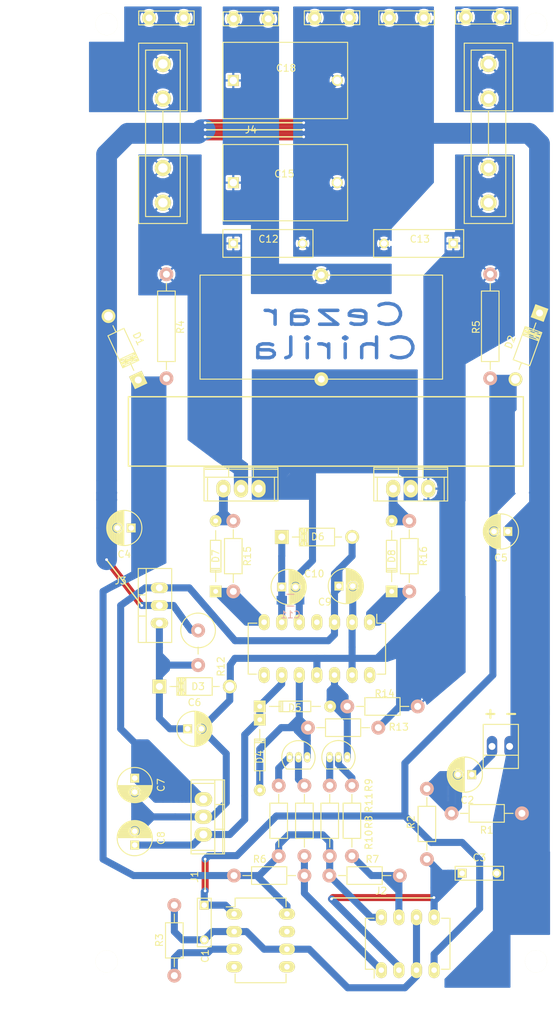
<source format=kicad_pcb>
(kicad_pcb (version 4) (host pcbnew 4.0.2-stable)
  (layers (0 F.Cu signal) (31 B.Cu signal) (34 B.Paste user) (35 F.Paste user) (36 B.SilkS user) (37 F.SilkS user) (38 B.Mask user) (39 F.Mask user) (44 Edge.Cuts user))
  (net 0 "")
  (net 1 -5V)
  (net 2 triangle)
  (net 3 "Net-(C2-Pad1)")
  (net 4 "Net-(C2-Pad2)")
  (net 5 "Net-(C3-Pad1)")
  (net 6 GND)
  (net 7 +5V)
  (net 8 "Net-(C6-Pad1)")
  (net 9 -30V)
  (net 10 +12V)
  (net 11 +5V_2)
  (net 12 "Net-(C10-Pad1)")
  (net 13 "Net-(C10-Pad2)")
  (net 14 +30V)
  (net 15 "Net-(C15-Pad1)")
  (net 16 "Net-(D4-Pad2)")
  (net 17 "Net-(D5-Pad2)")
  (net 18 "Net-(D7-Pad2)")
  (net 19 "Net-(D7-Pad1)")
  (net 20 "Net-(D8-Pad2)")
  (net 21 "Net-(D8-Pad1)")
  (net 22 "Net-(F1-Pad1)")
  (net 23 "Net-(F2-Pad1)")
  (net 24 "Net-(Q1-Pad2)")
  (net 25 "Net-(Q2-Pad2)")
  (net 26 "Net-(Q2-Pad1)")
  (net 27 "Net-(R3-Pad1)")
  (net 28 "Net-(R6-Pad2)")
  (net 29 "Net-(R7-Pad2)")
  (net 30 "Net-(U1-Pad4)")
  (net 31 "Net-(U1-Pad5)")
  (net 32 "Net-(U1-Pad7)")
  (net 33 "Net-(Q1-Pad1)")
  (module TO_SOT_Packages_THT:TO-92_Inline_Narrow_Oval (layer F.Cu) (at 112.27308 125.51664)
    (fp_text reference Q1 hide)
    (fp_text value 2N5401)
    (pad 2 thru_hole oval (at 1.27 0 180) (size 0.89916 1.50114) (drill 0.6) (layers *.Cu *.Mask F.SilkS) (net 24 "Net-(Q1-Pad2)"))
    (pad 3 thru_hole oval (at 2.54 0 180) (size 0.89916 1.50114) (drill 0.6) (layers *.Cu *.Mask F.SilkS) (net 16 "Net-(D4-Pad2)"))
    (pad 1 thru_hole oval (at 0 0 180) (size 0.89916 1.50114) (drill 0.6) (layers *.Cu *.Mask F.SilkS) (net 33 "Net-(Q1-Pad1)"))
  )
  (module .pretty:Inductor_T106-2 (layer F.Cu) (at 116.84 63.5)
    (fp_text reference L1 hide)
    (fp_text value 22uH)
    (pad 1 thru_hole circle (at 0 7.5) (size 2 2) (drill 1) (layers *.Cu *.Mask F.SilkS) (net 13 "Net-(C10-Pad2)"))
    (pad 2 thru_hole circle (at 0 -7.5) (size 2 2) (drill 1) (layers *.Cu *.Mask F.SilkS) (net 15 "Net-(C15-Pad1)"))
  )
  (module Resistors_ThroughHole:Resistor_Horizontal_RM10mm (layer F.Cu) (at 132.08 140.208 90)
    (fp_text reference R2 (at 5.334 -2.286 90) (layer F.SilkS))
    (fp_text value 2k2)
    (pad 1 thru_hole circle (at 0 0 90) (size 1.99898 1.99898) (drill 1.00076) (layers *.Cu *.SilkS *.Mask) (net 5 "Net-(C3-Pad1)"))
    (pad 2 thru_hole circle (at 10.16 0 90) (size 1.99898 1.99898) (drill 1.00076) (layers *.Cu *.SilkS *.Mask) (net 3 "Net-(C2-Pad1)"))
  )
  (module Housings_DIP:DIP-14_W7.62mm_LongPads (layer F.Cu) (at 123.825 106.045 270)
    (fp_text reference U4 hide)
    (fp_text value IR2110)
    (pad 1 thru_hole oval (at 0 0 270) (size 2.3 1.6) (drill 0.8) (layers *.Cu *.Mask F.SilkS) (net 21 "Net-(D8-Pad1)"))
    (pad 2 thru_hole oval (at 0 2.54 270) (size 2.3 1.6) (drill 0.8) (layers *.Cu *.Mask F.SilkS) (net 9 -30V))
    (pad 3 thru_hole oval (at 0 5.08 270) (size 2.3 1.6) (drill 0.8) (layers *.Cu *.Mask F.SilkS) (net 10 +12V))
    (pad 4 thru_hole oval (at 0 7.62 270) (size 2.3 1.6) (drill 0.8) (layers *.Cu *.Mask F.SilkS))
    (pad 5 thru_hole oval (at 0 10.16 270) (size 2.3 1.6) (drill 0.8) (layers *.Cu *.Mask F.SilkS) (net 13 "Net-(C10-Pad2)"))
    (pad 6 thru_hole oval (at 0 12.7 270) (size 2.3 1.6) (drill 0.8) (layers *.Cu *.Mask F.SilkS) (net 12 "Net-(C10-Pad1)"))
    (pad 7 thru_hole oval (at 0 15.24 270) (size 2.3 1.6) (drill 0.8) (layers *.Cu *.Mask F.SilkS) (net 19 "Net-(D7-Pad1)"))
    (pad 8 thru_hole oval (at 7.62 15.24 270) (size 2.3 1.6) (drill 0.8) (layers *.Cu *.Mask F.SilkS))
    (pad 9 thru_hole oval (at 7.62 12.7 270) (size 2.3 1.6) (drill 0.8) (layers *.Cu *.Mask F.SilkS) (net 11 +5V_2))
    (pad 10 thru_hole oval (at 7.62 10.16 270) (size 2.3 1.6) (drill 0.8) (layers *.Cu *.Mask F.SilkS) (net 16 "Net-(D4-Pad2)"))
    (pad 11 thru_hole oval (at 7.62 7.62 270) (size 2.3 1.6) (drill 0.8) (layers *.Cu *.Mask F.SilkS) (net 9 -30V))
    (pad 12 thru_hole oval (at 7.62 5.08 270) (size 2.3 1.6) (drill 0.8) (layers *.Cu *.Mask F.SilkS) (net 17 "Net-(D5-Pad2)"))
    (pad 13 thru_hole oval (at 7.62 2.54 270) (size 2.3 1.6) (drill 0.8) (layers *.Cu *.Mask F.SilkS) (net 9 -30V))
    (pad 14 thru_hole oval (at 7.62 0 270) (size 2.3 1.6) (drill 0.8) (layers *.Cu *.Mask F.SilkS))
  )
  (module Power_Integrations:TO-220 (layer F.Cu) (at 99.822 134.112 270)
    (fp_text reference U3 hide)
    (fp_text value LM7805CT)
    (pad 2 thru_hole oval (at 0 0 270) (size 2.032 2.54) (drill 1.143) (layers *.Cu *.Mask F.SilkS) (net 9 -30V))
    (pad 3 thru_hole oval (at 2.54 0 270) (size 2.032 2.54) (drill 1.143) (layers *.Cu *.Mask F.SilkS) (net 11 +5V_2))
    (pad 1 thru_hole oval (at -2.54 0 270) (size 2.032 2.54) (drill 1.143) (layers *.Cu *.Mask F.SilkS) (net 10 +12V))
  )
  (module Housings_DIP:DIP-8_W7.62mm_LongPads (layer F.Cu) (at 125.5014 156.21 90)
    (fp_text reference U2 hide)
    (fp_text value LM393)
    (pad 1 thru_hole oval (at 0 0 90) (size 2.3 1.6) (drill 0.8) (layers *.Cu *.Mask F.SilkS) (net 28 "Net-(R6-Pad2)"))
    (pad 2 thru_hole oval (at 0 2.54 90) (size 2.3 1.6) (drill 0.8) (layers *.Cu *.Mask F.SilkS) (net 5 "Net-(C3-Pad1)"))
    (pad 3 thru_hole oval (at 0 5.08 90) (size 2.3 1.6) (drill 0.8) (layers *.Cu *.Mask F.SilkS) (net 2 triangle))
    (pad 4 thru_hole oval (at 0 7.62 90) (size 2.3 1.6) (drill 0.8) (layers *.Cu *.Mask F.SilkS) (net 1 -5V))
    (pad 5 thru_hole oval (at 7.62 7.62 90) (size 2.3 1.6) (drill 0.8) (layers *.Cu *.Mask F.SilkS) (net 5 "Net-(C3-Pad1)"))
    (pad 6 thru_hole oval (at 7.62 5.08 90) (size 2.3 1.6) (drill 0.8) (layers *.Cu *.Mask F.SilkS) (net 2 triangle))
    (pad 7 thru_hole oval (at 7.62 2.54 90) (size 2.3 1.6) (drill 0.8) (layers *.Cu *.Mask F.SilkS) (net 29 "Net-(R7-Pad2)"))
    (pad 8 thru_hole oval (at 7.62 0 90) (size 2.3 1.6) (drill 0.8) (layers *.Cu *.Mask F.SilkS) (net 7 +5V))
  )
  (module Housings_DIP:DIP-8_W7.62mm_LongPads (layer F.Cu) (at 104.267 148.1074)
    (fp_text reference U1 hide)
    (fp_text value LMC555CN)
    (pad 1 thru_hole oval (at 0 0) (size 2.3 1.6) (drill 0.8) (layers *.Cu *.Mask F.SilkS) (net 1 -5V))
    (pad 2 thru_hole oval (at 0 2.54) (size 2.3 1.6) (drill 0.8) (layers *.Cu *.Mask F.SilkS) (net 2 triangle))
    (pad 3 thru_hole oval (at 0 5.08) (size 2.3 1.6) (drill 0.8) (layers *.Cu *.Mask F.SilkS) (net 27 "Net-(R3-Pad1)"))
    (pad 4 thru_hole oval (at 0 7.62) (size 2.3 1.6) (drill 0.8) (layers *.Cu *.Mask F.SilkS) (net 30 "Net-(U1-Pad4)"))
    (pad 5 thru_hole oval (at 7.62 7.62) (size 2.3 1.6) (drill 0.8) (layers *.Cu *.Mask F.SilkS) (net 31 "Net-(U1-Pad5)"))
    (pad 6 thru_hole oval (at 7.62 5.08) (size 2.3 1.6) (drill 0.8) (layers *.Cu *.Mask F.SilkS) (net 2 triangle))
    (pad 7 thru_hole oval (at 7.62 2.54) (size 2.3 1.6) (drill 0.8) (layers *.Cu *.Mask F.SilkS) (net 32 "Net-(U1-Pad7)"))
    (pad 8 thru_hole oval (at 7.62 0) (size 2.3 1.6) (drill 0.8) (layers *.Cu *.Mask F.SilkS) (net 7 +5V))
  )
  (module Resistors_ThroughHole:Resistor_Horizontal_RM10mm (layer F.Cu) (at 129.54 91.44 270)
    (fp_text reference R16 (at 5.08 -2.032 270) (layer F.SilkS))
    (fp_text value 10)
    (pad 1 thru_hole circle (at 0 0 270) (size 1.99898 1.99898) (drill 1.00076) (layers *.Cu *.SilkS *.Mask) (net 20 "Net-(D8-Pad2)"))
    (pad 2 thru_hole circle (at 10.16 0 270) (size 1.99898 1.99898) (drill 1.00076) (layers *.Cu *.SilkS *.Mask) (net 21 "Net-(D8-Pad1)"))
  )
  (module Resistors_ThroughHole:Resistor_Horizontal_RM10mm (layer F.Cu) (at 104.14 91.44 270)
    (fp_text reference R15 (at 5.08 -2.032 270) (layer F.SilkS))
    (fp_text value 10)
    (pad 1 thru_hole circle (at 0 0 270) (size 1.99898 1.99898) (drill 1.00076) (layers *.Cu *.SilkS *.Mask) (net 18 "Net-(D7-Pad2)"))
    (pad 2 thru_hole circle (at 10.16 0 270) (size 1.99898 1.99898) (drill 1.00076) (layers *.Cu *.SilkS *.Mask) (net 19 "Net-(D7-Pad1)"))
  )
  (module Resistors_ThroughHole:Resistor_Horizontal_RM10mm (layer F.Cu) (at 120.58904 118.1862)
    (fp_text reference R14 (at 5.39496 -1.8542) (layer F.SilkS))
    (fp_text value 6.8k)
    (pad 1 thru_hole circle (at 0 0) (size 1.99898 1.99898) (drill 1.00076) (layers *.Cu *.SilkS *.Mask) (net 17 "Net-(D5-Pad2)"))
    (pad 2 thru_hole circle (at 10.16 0) (size 1.99898 1.99898) (drill 1.00076) (layers *.Cu *.SilkS *.Mask) (net 9 -30V))
  )
  (module Resistors_ThroughHole:Resistor_Horizontal_RM10mm (layer F.Cu) (at 114.9096 121.24944)
    (fp_text reference R13 (at 13.1064 -0.09144) (layer F.SilkS))
    (fp_text value 6.8k)
    (pad 1 thru_hole circle (at 0 0) (size 1.99898 1.99898) (drill 1.00076) (layers *.Cu *.SilkS *.Mask) (net 16 "Net-(D4-Pad2)"))
    (pad 2 thru_hole circle (at 10.16 0) (size 1.99898 1.99898) (drill 1.00076) (layers *.Cu *.SilkS *.Mask) (net 9 -30V))
  )
  (module Resistors_ThroughHole:Resistor_Horizontal_RM10mm (layer F.Cu) (at 118.0592 129.5908 270)
    (fp_text reference R11 (at 2.4892 -5.6388 270) (layer F.SilkS))
    (fp_text value 10k)
    (pad 1 thru_hole circle (at 0 0 270) (size 1.99898 1.99898) (drill 1.00076) (layers *.Cu *.SilkS *.Mask) (net 26 "Net-(Q2-Pad1)"))
    (pad 2 thru_hole circle (at 10.16 0 270) (size 1.99898 1.99898) (drill 1.00076) (layers *.Cu *.SilkS *.Mask) (net 7 +5V))
  )
  (module Resistors_ThroughHole:Resistor_Horizontal_RM10mm (layer F.Cu) (at 110.6932 129.5908 270)
    (fp_text reference R10 (at 7.8232 -13.0048 270) (layer F.SilkS))
    (fp_text value 10k)
    (pad 1 thru_hole circle (at 0 0 270) (size 1.99898 1.99898) (drill 1.00076) (layers *.Cu *.SilkS *.Mask) (net 33 "Net-(Q1-Pad1)"))
    (pad 2 thru_hole circle (at 10.16 0 270) (size 1.99898 1.99898) (drill 1.00076) (layers *.Cu *.SilkS *.Mask) (net 7 +5V))
  )
  (module Resistors_ThroughHole:Resistor_Horizontal_RM10mm (layer F.Cu) (at 121.2596 129.5908 270)
    (fp_text reference R9 (at -0.0508 -2.4384 270) (layer F.SilkS))
    (fp_text value 1k)
    (pad 1 thru_hole circle (at 0 0 270) (size 1.99898 1.99898) (drill 1.00076) (layers *.Cu *.SilkS *.Mask) (net 25 "Net-(Q2-Pad2)"))
    (pad 2 thru_hole circle (at 10.16 0 270) (size 1.99898 1.99898) (drill 1.00076) (layers *.Cu *.SilkS *.Mask) (net 29 "Net-(R7-Pad2)"))
  )
  (module Resistors_ThroughHole:Resistor_Horizontal_RM10mm (layer F.Cu) (at 114.4016 129.5908 270)
    (fp_text reference R8 (at 5.2832 -9.2964 270) (layer F.SilkS))
    (fp_text value 1k)
    (pad 1 thru_hole circle (at 0 0 270) (size 1.99898 1.99898) (drill 1.00076) (layers *.Cu *.SilkS *.Mask) (net 24 "Net-(Q1-Pad2)"))
    (pad 2 thru_hole circle (at 10.16 0 270) (size 1.99898 1.99898) (drill 1.00076) (layers *.Cu *.SilkS *.Mask) (net 28 "Net-(R6-Pad2)"))
  )
  (module Resistors_ThroughHole:Resistor_Horizontal_RM10mm (layer F.Cu) (at 118.0084 142.5702)
    (fp_text reference R7 (at 6.1976 -2.3622) (layer F.SilkS))
    (fp_text value 1k)
    (pad 1 thru_hole circle (at 0 0) (size 1.99898 1.99898) (drill 1.00076) (layers *.Cu *.SilkS *.Mask) (net 7 +5V))
    (pad 2 thru_hole circle (at 10.16 0) (size 1.99898 1.99898) (drill 1.00076) (layers *.Cu *.SilkS *.Mask) (net 29 "Net-(R7-Pad2)"))
  )
  (module Resistors_ThroughHole:Resistor_Horizontal_RM10mm (layer F.Cu) (at 104.2416 142.5702)
    (fp_text reference R6 (at 3.7084 -2.3622) (layer F.SilkS))
    (fp_text value 1k)
    (pad 1 thru_hole circle (at 0 0) (size 1.99898 1.99898) (drill 1.00076) (layers *.Cu *.SilkS *.Mask) (net 7 +5V))
    (pad 2 thru_hole circle (at 10.16 0) (size 1.99898 1.99898) (drill 1.00076) (layers *.Cu *.SilkS *.Mask) (net 28 "Net-(R6-Pad2)"))
  )
  (module Resistors_ThroughHole:Resistor_Horizontal_RM15mm (layer F.Cu) (at 141.224 55.88 270)
    (fp_text reference R5 (at 7.62 2.032 270) (layer F.SilkS))
    (fp_text value 1K-2W)
    (pad 1 thru_hole circle (at 0 0 270) (size 1.99898 1.99898) (drill 1.00076) (layers *.Cu *.SilkS *.Mask) (net 9 -30V))
    (pad 2 thru_hole circle (at 15 0 270) (size 1.99898 1.99898) (drill 1.00076) (layers *.Cu *.SilkS *.Mask) (net 1 -5V))
  )
  (module Resistors_ThroughHole:Resistor_Horizontal_RM15mm (layer F.Cu) (at 94.488 55.88 270)
    (fp_text reference R4 (at 7.62 -2.032 270) (layer F.SilkS))
    (fp_text value 1K-2W)
    (pad 1 thru_hole circle (at 0 0 270) (size 1.99898 1.99898) (drill 1.00076) (layers *.Cu *.SilkS *.Mask) (net 14 +30V))
    (pad 2 thru_hole circle (at 15 0 270) (size 1.99898 1.99898) (drill 1.00076) (layers *.Cu *.SilkS *.Mask) (net 7 +5V))
  )
  (module Resistors_ThroughHole:Resistor_Horizontal_RM10mm (layer F.Cu) (at 95.631 156.9974 90)
    (fp_text reference R3 (at 5.1054 -2.159 90) (layer F.SilkS))
    (fp_text value 3.3k)
    (pad 1 thru_hole circle (at 0 0 90) (size 1.99898 1.99898) (drill 1.00076) (layers *.Cu *.SilkS *.Mask) (net 27 "Net-(R3-Pad1)"))
    (pad 2 thru_hole circle (at 10.16 0 90) (size 1.99898 1.99898) (drill 1.00076) (layers *.Cu *.SilkS *.Mask) (net 2 triangle))
  )
  (module Resistors_ThroughHole:Resistor_Horizontal_RM10mm (layer F.Cu) (at 145.796 133.604 180)
    (fp_text reference R1 (at 5.08 -2.413 180) (layer F.SilkS))
    (fp_text value 330k)
    (pad 1 thru_hole circle (at 0 0 180) (size 1.99898 1.99898) (drill 1.00076) (layers *.Cu *.SilkS *.Mask) (net 6 GND))
    (pad 2 thru_hole circle (at 10.16 0 180) (size 1.99898 1.99898) (drill 1.00076) (layers *.Cu *.SilkS *.Mask) (net 3 "Net-(C2-Pad1)"))
  )
  (module Power_Integrations:TO-220 (layer F.Cu) (at 129.75 86.79)
    (fp_text reference Q5 hide)
    (fp_text value IRF540N)
    (pad 2 thru_hole oval (at 0 0) (size 2.032 2.54) (drill 1.143) (layers *.Cu *.Mask F.SilkS) (net 13 "Net-(C10-Pad2)"))
    (pad 3 thru_hole oval (at 2.54 0) (size 2.032 2.54) (drill 1.143) (layers *.Cu *.Mask F.SilkS) (net 9 -30V))
    (pad 1 thru_hole oval (at -2.54 0) (size 2.032 2.54) (drill 1.143) (layers *.Cu *.Mask F.SilkS) (net 20 "Net-(D8-Pad2)"))
  )
  (module Power_Integrations:TO-220 (layer F.Cu) (at 105.25 86.79)
    (fp_text reference Q4 hide)
    (fp_text value IRF540N)
    (pad 2 thru_hole oval (at 0 0) (size 2.032 2.54) (drill 1.143) (layers *.Cu *.Mask F.SilkS) (net 14 +30V))
    (pad 3 thru_hole oval (at 2.54 0) (size 2.032 2.54) (drill 1.143) (layers *.Cu *.Mask F.SilkS) (net 13 "Net-(C10-Pad2)"))
    (pad 1 thru_hole oval (at -2.54 0) (size 2.032 2.54) (drill 1.143) (layers *.Cu *.Mask F.SilkS) (net 18 "Net-(D7-Pad2)"))
  )
  (module TO_SOT_Packages_THT:TO-220_Neutral123_Vertical (layer F.Cu) (at 93.472 103.632 90)
    (fp_text reference Q3 hide)
    (fp_text value BC241C)
    (pad 2 thru_hole oval (at 0 0 180) (size 2.49936 1.50114) (drill 1.00076) (layers *.Cu *.Mask F.SilkS) (net 6 GND))
    (pad 1 thru_hole oval (at -2.54 0 180) (size 2.49936 1.50114) (drill 1.00076) (layers *.Cu *.Mask F.SilkS) (net 8 "Net-(C6-Pad1)"))
    (pad 3 thru_hole oval (at 2.54 0 180) (size 2.49936 1.50114) (drill 1.00076) (layers *.Cu *.Mask F.SilkS) (net 10 +12V))
  )
  (module TO_SOT_Packages_THT:TO-92_Inline_Narrow_Oval (layer F.Cu) (at 118.04904 125.5014)
    (fp_text reference Q2 hide)
    (fp_text value 2N5401)
    (pad 2 thru_hole oval (at 1.27 0 180) (size 0.89916 1.50114) (drill 0.6) (layers *.Cu *.Mask F.SilkS) (net 25 "Net-(Q2-Pad2)"))
    (pad 3 thru_hole oval (at 2.54 0 180) (size 0.89916 1.50114) (drill 0.6) (layers *.Cu *.Mask F.SilkS) (net 17 "Net-(D5-Pad2)"))
    (pad 1 thru_hole oval (at 0 0 180) (size 0.89916 1.50114) (drill 0.6) (layers *.Cu *.Mask F.SilkS) (net 26 "Net-(Q2-Pad1)"))
  )
  (module .pretty:Blade_Conn (layer F.Cu) (at 118.3894 18.8976)
    (fp_text reference P6 hide)
    (fp_text value GND)
    (pad 1 thru_hole circle (at -2.5 0) (size 2 2) (drill 1) (layers *.Cu *.Mask F.SilkS) (net 6 GND))
    (pad 1 thru_hole circle (at 2.5 0) (size 2 2) (drill 1) (layers *.Cu *.Mask F.SilkS) (net 6 GND))
  )
  (module .pretty:Blade_Conn (layer F.Cu) (at 106.68 19.05)
    (fp_text reference P5 hide)
    (fp_text value OUT)
    (pad 1 thru_hole circle (at -2.5 0) (size 2 2) (drill 1) (layers *.Cu *.Mask F.SilkS) (net 15 "Net-(C15-Pad1)"))
    (pad 1 thru_hole circle (at 2.5 0) (size 2 2) (drill 1) (layers *.Cu *.Mask F.SilkS) (net 15 "Net-(C15-Pad1)"))
  )
  (module .pretty:Blade_Conn (layer F.Cu) (at 140.208 18.796)
    (fp_text reference P4 hide)
    (fp_text value -30)
    (pad 1 thru_hole circle (at -2.5 0) (size 2 2) (drill 1) (layers *.Cu *.Mask F.SilkS) (net 23 "Net-(F2-Pad1)"))
    (pad 1 thru_hole circle (at 2.5 0) (size 2 2) (drill 1) (layers *.Cu *.Mask F.SilkS) (net 23 "Net-(F2-Pad1)"))
  )
  (module .pretty:Blade_Conn (layer F.Cu) (at 94.488 18.923)
    (fp_text reference P3 hide)
    (fp_text value +30)
    (pad 1 thru_hole circle (at -2.5 0) (size 2 2) (drill 1) (layers *.Cu *.Mask F.SilkS) (net 22 "Net-(F1-Pad1)"))
    (pad 1 thru_hole circle (at 2.5 0) (size 2 2) (drill 1) (layers *.Cu *.Mask F.SilkS) (net 22 "Net-(F1-Pad1)"))
  )
  (module .pretty:Blade_Conn (layer F.Cu) (at 129.143 18.903)
    (fp_text reference P2 hide)
    (fp_text value GND)
    (pad 1 thru_hole circle (at -2.5 0) (size 2 2) (drill 1) (layers *.Cu *.Mask F.SilkS) (net 6 GND))
    (pad 1 thru_hole circle (at 2.5 0) (size 2 2) (drill 1) (layers *.Cu *.Mask F.SilkS) (net 6 GND))
  )
  (module Connect:PINHEAD1-2 (layer F.Cu) (at 142.748 123.952 180)
    (fp_text reference P1 hide)
    (fp_text value Input)
    (pad 1 thru_hole oval (at -1.27 0 180) (size 1.50622 3.01498) (drill 0.99822) (layers *.Cu *.Mask) (net 6 GND))
    (pad 2 thru_hole oval (at 1.27 0 180) (size 1.50622 3.01498) (drill 0.99822) (layers *.Cu *.Mask) (net 4 "Net-(C2-Pad2)"))
  )
  (module Fuse_Holders_and_Fuses:Fuseholder5x20_horiz_open_inline_Type-I (layer F.Cu) (at 140.97 35.56 270)
    (fp_text reference F2 hide)
    (fp_text value 6A)
    (pad 2 thru_hole circle (at 5.00126 0 270) (size 2.3495 2.3495) (drill 1.34874) (layers *.Cu *.Mask F.SilkS) (net 9 -30V))
    (pad 2 thru_hole circle (at 9.99998 0 270) (size 2.3495 2.3495) (drill 1.34874) (layers *.Cu *.Mask F.SilkS) (net 9 -30V))
    (pad 1 thru_hole circle (at -5.00126 0 270) (size 2.3495 2.3495) (drill 1.34874) (layers *.Cu *.Mask F.SilkS) (net 23 "Net-(F2-Pad1)"))
    (pad 1 thru_hole circle (at -9.99998 0 270) (size 2.3495 2.3495) (drill 1.34874) (layers *.Cu *.Mask F.SilkS) (net 23 "Net-(F2-Pad1)"))
  )
  (module Fuse_Holders_and_Fuses:Fuseholder5x20_horiz_open_inline_Type-I (layer F.Cu) (at 93.98 35.56 270)
    (fp_text reference F1 hide)
    (fp_text value 6A)
    (pad 2 thru_hole circle (at 5.00126 0 270) (size 2.3495 2.3495) (drill 1.34874) (layers *.Cu *.Mask F.SilkS) (net 14 +30V))
    (pad 2 thru_hole circle (at 9.99998 0 270) (size 2.3495 2.3495) (drill 1.34874) (layers *.Cu *.Mask F.SilkS) (net 14 +30V))
    (pad 1 thru_hole circle (at -5.00126 0 270) (size 2.3495 2.3495) (drill 1.34874) (layers *.Cu *.Mask F.SilkS) (net 22 "Net-(F1-Pad1)"))
    (pad 1 thru_hole circle (at -9.99998 0 270) (size 2.3495 2.3495) (drill 1.34874) (layers *.Cu *.Mask F.SilkS) (net 22 "Net-(F1-Pad1)"))
  )
  (module Diodes_ThroughHole:Diode_DO-35_SOD27_Horizontal_RM10 (layer F.Cu) (at 127 101.6 90)
    (fp_text reference D8 (at 5.08 0 90) (layer F.SilkS))
    (fp_text value 1N4148)
    (pad 2 thru_hole circle (at 10.16052 -0.00254 270) (size 1.69926 1.69926) (drill 0.70104) (layers *.Cu *.Mask F.SilkS) (net 20 "Net-(D8-Pad2)"))
    (pad 1 thru_hole rect (at 0.00052 -0.00254 270) (size 1.69926 1.69926) (drill 0.70104) (layers *.Cu *.Mask F.SilkS) (net 21 "Net-(D8-Pad1)"))
  )
  (module Diodes_ThroughHole:Diode_DO-35_SOD27_Horizontal_RM10 (layer F.Cu) (at 101.6 101.6 90)
    (fp_text reference D7 (at 5.08 0 90) (layer F.SilkS))
    (fp_text value 1N4148)
    (pad 2 thru_hole circle (at 10.16052 -0.00254 270) (size 1.69926 1.69926) (drill 0.70104) (layers *.Cu *.Mask F.SilkS) (net 18 "Net-(D7-Pad2)"))
    (pad 1 thru_hole rect (at 0.00052 -0.00254 270) (size 1.69926 1.69926) (drill 0.70104) (layers *.Cu *.Mask F.SilkS) (net 19 "Net-(D7-Pad1)"))
  )
  (module Diodes_ThroughHole:Diode_DO-41_SOD81_Horizontal_RM10 (layer F.Cu) (at 111.1377 93.7641)
    (fp_text reference D6 (at 5.1943 -0.0381) (layer F.SilkS))
    (fp_text value MUR120)
    (pad 2 thru_hole circle (at 10.16 -0.00254 180) (size 1.99898 1.99898) (drill 1.27) (layers *.Cu *.Mask F.SilkS) (net 10 +12V))
    (pad 1 thru_hole rect (at 0 -0.00254 180) (size 1.99898 1.99898) (drill 1.00076) (layers *.Cu *.Mask F.SilkS) (net 12 "Net-(C10-Pad1)"))
  )
  (module Diodes_ThroughHole:Diode_DO-35_SOD27_Horizontal_RM10 (layer F.Cu) (at 107.96016 118.1862)
    (fp_text reference D5 (at 5.06984 0.1778) (layer F.SilkS))
    (fp_text value 1N4148)
    (pad 2 thru_hole circle (at 10.16052 -0.00254 180) (size 1.69926 1.69926) (drill 0.70104) (layers *.Cu *.Mask F.SilkS) (net 17 "Net-(D5-Pad2)"))
    (pad 1 thru_hole rect (at 0.00052 -0.00254 180) (size 1.69926 1.69926) (drill 0.70104) (layers *.Cu *.Mask F.SilkS) (net 11 +5V_2))
  )
  (module Diodes_ThroughHole:Diode_DO-35_SOD27_Horizontal_RM10 (layer F.Cu) (at 107.96016 120.09882 270)
    (fp_text reference D4 (at 5.37718 0.01016 270) (layer F.SilkS))
    (fp_text value 1N4148)
    (pad 2 thru_hole circle (at 10.16052 -0.00254 90) (size 1.69926 1.69926) (drill 0.70104) (layers *.Cu *.Mask F.SilkS) (net 16 "Net-(D4-Pad2)"))
    (pad 1 thru_hole rect (at 0.00052 -0.00254 90) (size 1.69926 1.69926) (drill 0.70104) (layers *.Cu *.Mask F.SilkS) (net 11 +5V_2))
  )
  (module Diodes_ThroughHole:Diode_DO-41_SOD81_Horizontal_RM10 (layer F.Cu) (at 93.472 115.316)
    (fp_text reference D3 (at 5.588 0) (layer F.SilkS))
    (fp_text value 12V)
    (pad 2 thru_hole circle (at 10.16 -0.00254 180) (size 1.99898 1.99898) (drill 1.27) (layers *.Cu *.Mask F.SilkS) (net 9 -30V))
    (pad 1 thru_hole rect (at 0 -0.00254 180) (size 1.99898 1.99898) (drill 1.00076) (layers *.Cu *.Mask F.SilkS) (net 8 "Net-(C6-Pad1)"))
  )
  (module Diodes_ThroughHole:Diode_DO-41_SOD81_Horizontal_RM10 (layer F.Cu) (at 148.336 61.468 250)
    (fp_text reference D2 (at 5.38734 2.53746 250) (layer F.SilkS))
    (fp_text value 5V1)
    (pad 2 thru_hole circle (at 10.16 -0.00254 70) (size 1.99898 1.99898) (drill 1.27) (layers *.Cu *.Mask F.SilkS) (net 1 -5V))
    (pad 1 thru_hole rect (at 0 -0.00254 70) (size 1.99898 1.99898) (drill 1.00076) (layers *.Cu *.Mask F.SilkS) (net 6 GND))
  )
  (module Diodes_ThroughHole:Diode_DO-41_SOD81_Horizontal_RM10 (layer F.Cu) (at 90.424 71.12 115)
    (fp_text reference D1 (at 5.38734 2.53746 115) (layer F.SilkS))
    (fp_text value 5V1)
    (pad 2 thru_hole circle (at 10.16 -0.00254 295) (size 1.99898 1.99898) (drill 1.27) (layers *.Cu *.Mask F.SilkS) (net 6 GND))
    (pad 1 thru_hole rect (at 0 -0.00254 295) (size 1.99898 1.99898) (drill 1.00076) (layers *.Cu *.Mask F.SilkS) (net 7 +5V))
  )
  (module Capacitors_ThroughHole:C_Rect_L18_W11_H19_P15 (layer F.Cu) (at 104.14 27.94)
    (fp_text reference C18 (at 7.62 -1.778) (layer F.SilkS))
    (fp_text value 470nF)
    (pad 1 thru_hole rect (at 0 0) (size 1.6 1.6) (drill 1.1) (layers *.Cu *.Mask F.SilkS) (net 15 "Net-(C15-Pad1)"))
    (pad 2 thru_hole circle (at 15 0) (size 1.6 1.6) (drill 1.1) (layers *.Cu *.Mask F.SilkS) (net 6 GND))
  )
  (module Capacitors_ThroughHole:C_Rect_L18_W11_H19_P15 (layer F.Cu) (at 104.14 42.672)
    (fp_text reference C15 (at 7.366 -1.27) (layer F.SilkS))
    (fp_text value 470nF)
    (pad 1 thru_hole rect (at 0 0) (size 1.6 1.6) (drill 1.1) (layers *.Cu *.Mask F.SilkS) (net 15 "Net-(C15-Pad1)"))
    (pad 2 thru_hole circle (at 15 0) (size 1.6 1.6) (drill 1.1) (layers *.Cu *.Mask F.SilkS) (net 6 GND))
  )
  (module Capacitors_ThroughHole:C_Rect_L13_W4_P10 (layer F.Cu) (at 135.89 51.435 180)
    (fp_text reference C13 (at 4.826 0.635 180) (layer F.SilkS))
    (fp_text value 220n)
    (pad 1 thru_hole rect (at 0 0 180) (size 1.4 1.4) (drill 0.9) (layers *.Cu *.Mask F.SilkS) (net 9 -30V))
    (pad 2 thru_hole circle (at 10 0 180) (size 1.4 1.4) (drill 0.9) (layers *.Cu *.Mask F.SilkS) (net 6 GND))
  )
  (module Capacitors_ThroughHole:C_Rect_L13_W4_P10 (layer F.Cu) (at 104.14 51.435)
    (fp_text reference C12 (at 5.08 -0.635) (layer F.SilkS))
    (fp_text value 220n)
    (pad 1 thru_hole rect (at 0 0) (size 1.4 1.4) (drill 0.9) (layers *.Cu *.Mask F.SilkS) (net 14 +30V))
    (pad 2 thru_hole circle (at 10 0) (size 1.4 1.4) (drill 0.9) (layers *.Cu *.Mask F.SilkS) (net 6 GND))
  )
  (module Capacitors_ThroughHole:C_Radial_D5_L11_P2 (layer F.Cu) (at 111.125 100.965)
    (fp_text reference C10 (at 4.699 -1.905) (layer F.SilkS))
    (fp_text value 22uF)
    (pad 1 thru_hole rect (at 0 0) (size 1.3 1.3) (drill 0.8) (layers *.Cu *.Mask F.SilkS) (net 12 "Net-(C10-Pad1)"))
    (pad 2 thru_hole circle (at 2 0) (size 1.3 1.3) (drill 0.8) (layers *.Cu *.Mask F.SilkS) (net 13 "Net-(C10-Pad2)"))
  )
  (module Capacitors_ThroughHole:C_Radial_D5_L11_P2 (layer F.Cu) (at 119.38 100.838)
    (fp_text reference C9 (at -2.032 2.286) (layer F.SilkS))
    (fp_text value 47uF)
    (pad 1 thru_hole rect (at 0 0) (size 1.3 1.3) (drill 0.8) (layers *.Cu *.Mask F.SilkS) (net 10 +12V))
    (pad 2 thru_hole circle (at 2 0) (size 1.3 1.3) (drill 0.8) (layers *.Cu *.Mask F.SilkS) (net 9 -30V))
  )
  (module Capacitors_ThroughHole:C_Radial_D5_L11_P2 (layer F.Cu) (at 89.916 138.176 90)
    (fp_text reference C8 (at 1.016 3.81 90) (layer F.SilkS))
    (fp_text value 47uF)
    (pad 1 thru_hole rect (at 0 0 90) (size 1.3 1.3) (drill 0.8) (layers *.Cu *.Mask F.SilkS) (net 11 +5V_2))
    (pad 2 thru_hole circle (at 2 0 90) (size 1.3 1.3) (drill 0.8) (layers *.Cu *.Mask F.SilkS) (net 9 -30V))
  )
  (module Capacitors_ThroughHole:C_Radial_D5_L11_P2 (layer F.Cu) (at 89.916 128.524 270)
    (fp_text reference C7 (at 1 -3.8 270) (layer F.SilkS))
    (fp_text value 47uF)
    (pad 1 thru_hole rect (at 0 0 270) (size 1.3 1.3) (drill 0.8) (layers *.Cu *.Mask F.SilkS) (net 10 +12V))
    (pad 2 thru_hole circle (at 2 0 270) (size 1.3 1.3) (drill 0.8) (layers *.Cu *.Mask F.SilkS) (net 9 -30V))
  )
  (module Capacitors_ThroughHole:C_Radial_D5_L11_P2 (layer F.Cu) (at 97.536 121.412)
    (fp_text reference C6 (at 1 -3.8) (layer F.SilkS))
    (fp_text value 47uF)
    (pad 1 thru_hole rect (at 0 0) (size 1.3 1.3) (drill 0.8) (layers *.Cu *.Mask F.SilkS) (net 8 "Net-(C6-Pad1)"))
    (pad 2 thru_hole circle (at 2 0) (size 1.3 1.3) (drill 0.8) (layers *.Cu *.Mask F.SilkS) (net 9 -30V))
  )
  (module Capacitors_ThroughHole:C_Radial_D5_L11_P2 (layer F.Cu) (at 143.764 92.964 180)
    (fp_text reference C5 (at 1 -3.8 180) (layer F.SilkS))
    (fp_text value 47uF)
    (pad 1 thru_hole rect (at 0 0 180) (size 1.3 1.3) (drill 0.8) (layers *.Cu *.Mask F.SilkS) (net 6 GND))
    (pad 2 thru_hole circle (at 2 0 180) (size 1.3 1.3) (drill 0.8) (layers *.Cu *.Mask F.SilkS) (net 1 -5V))
  )
  (module Capacitors_ThroughHole:C_Radial_D5_L11_P2 (layer F.Cu) (at 89.408 92.456 180)
    (fp_text reference C4 (at 1 -3.8 180) (layer F.SilkS))
    (fp_text value 47uF)
    (pad 1 thru_hole rect (at 0 0 180) (size 1.3 1.3) (drill 0.8) (layers *.Cu *.Mask F.SilkS) (net 7 +5V))
    (pad 2 thru_hole circle (at 2 0 180) (size 1.3 1.3) (drill 0.8) (layers *.Cu *.Mask F.SilkS) (net 6 GND))
  )
  (module Capacitors_ThroughHole:C_Rect_L7_W2_P5 (layer F.Cu) (at 137.16 142.24)
    (fp_text reference C3 (at 2.5 -2.25) (layer F.SilkS))
    (fp_text value 1n)
    (pad 1 thru_hole rect (at 0 0) (size 1.3 1.3) (drill 0.8) (layers *.Cu *.Mask F.SilkS) (net 5 "Net-(C3-Pad1)"))
    (pad 2 thru_hole circle (at 5 0) (size 1.3 1.3) (drill 0.8) (layers *.Cu *.Mask F.SilkS) (net 6 GND))
  )
  (module Capacitors_ThroughHole:C_Radial_D5_L11_P2 (layer F.Cu) (at 138.557 128.016 180)
    (fp_text reference C2 (at 0.635 -3.683 180) (layer F.SilkS))
    (fp_text value 10uF)
    (pad 1 thru_hole rect (at 0 0 180) (size 1.3 1.3) (drill 0.8) (layers *.Cu *.Mask F.SilkS) (net 3 "Net-(C2-Pad1)"))
    (pad 2 thru_hole circle (at 2 0 180) (size 1.3 1.3) (drill 0.8) (layers *.Cu *.Mask F.SilkS) (net 4 "Net-(C2-Pad2)"))
  )
  (module Capacitors_ThroughHole:C_Rect_L7_W2_P5 (layer F.Cu) (at 99.949 146.8374 270)
    (fp_text reference C1 (at 7.3406 -0.127 270) (layer F.SilkS))
    (fp_text value 1n)
    (pad 1 thru_hole rect (at 0 0 270) (size 1.3 1.3) (drill 0.8) (layers *.Cu *.Mask F.SilkS) (net 1 -5V))
    (pad 2 thru_hole circle (at 5 0 270) (size 1.3 1.3) (drill 0.8) (layers *.Cu *.Mask F.SilkS) (net 2 triangle))
  )
  (module Capacitors_SMD:C_0805_HandSoldering (layer B.Cu) (at 112.395 102.87)
    (fp_text reference C11 (at 0 2.1) (layer B.SilkS) (effects (justify mirror)))
    (fp_text value 100n)
    (pad 1 smd rect (at -1.25 0) (size 1.5 1.25) (layers B.Cu B.Paste B.Mask) (net 12 "Net-(C10-Pad1)"))
    (pad 2 smd rect (at 1.25 0) (size 1.5 1.25) (layers B.Cu B.Paste B.Mask) (net 13 "Net-(C10-Pad2)"))
  )
  (module Resistors_ThroughHole:Resistor_Vertical_RM5mm (layer F.Cu) (at 99.06 109.728 270)
    (fp_text reference R12 (at 2.70002 -3.29946 270) (layer F.SilkS))
    (fp_text value 10k)
    (pad 1 thru_hole circle (at -2.49936 0 270) (size 1.99898 1.99898) (drill 1.00076) (layers *.Cu *.SilkS *.Mask) (net 6 GND))
    (pad 2 thru_hole circle (at 2.5019 0 270) (size 1.99898 1.99898) (drill 1.00076) (layers *.Cu *.SilkS *.Mask) (net 8 "Net-(C6-Pad1)"))
  )
  (module Mounting_Holes:MountingHole_3.2mm_M3 (layer F.Cu) (at 85.852 19.812)
    (fp_text reference REF** hide)
    (fp_text value M3)
    (pad 1 np_thru_hole circle (at 0 0) (size 3.2 3.2) (drill 3.2) (layers *.Cu *.Mask F.SilkS))
  )
  (module Mounting_Holes:MountingHole_3.2mm_M3 (layer F.Cu) (at 147.828 19.812)
    (fp_text reference REF** hide)
    (fp_text value M3)
    (pad 1 np_thru_hole circle (at 0 0) (size 3.2 3.2) (drill 3.2) (layers *.Cu *.Mask F.SilkS))
  )
  (module Mounting_Holes:MountingHole_3.2mm_M3 (layer F.Cu) (at 147.828 154.94)
    (fp_text reference REF** hide)
    (fp_text value M3)
    (pad 1 np_thru_hole circle (at 0 0) (size 3.2 3.2) (drill 3.2) (layers *.Cu *.Mask F.SilkS))
  )
  (module Mounting_Holes:MountingHole_3.2mm_M3 (layer F.Cu) (at 85.852 154.94)
    (fp_text reference REF** hide)
    (fp_text value M3)
    (pad 1 np_thru_hole circle (at 0 0) (size 3.2 3.2) (drill 3.2) (layers *.Cu *.Mask F.SilkS))
  )
  (gr_line (start 90.932 103.632) (end 85.852 97.028) (angle 90) (layer F.SilkS) (width 0.2))
  (gr_line (start 114.3 36.068) (end 100.076 36.068) (angle 90) (layer F.SilkS) (width 0.2))
  (gr_line (start 100.076 35.052) (end 114.3 35.052) (angle 90) (layer F.SilkS) (width 0.2))
  (gr_line (start 100.076 34.036) (end 114.3 34.036) (angle 90) (layer F.SilkS) (width 0.2))
  (gr_line (start 118.364 145.796) (end 133.096 145.796) (angle 90) (layer F.SilkS) (width 0.2))
  (gr_line (start 100.076 144.78) (end 100.076 140.208) (angle 90) (layer F.SilkS) (width 0.2))
  (gr_text "Cezar\nChirila" (at 118.745 64.135) (layer B.Cu) (effects (font (size 3 5) (thickness 0.5)) (justify mirror)))
  (gr_text J4 (at 106.68 35.052) (layer F.SilkS) (effects (font (size 1 1))))
  (gr_text J3 (at 87.884 100.076) (layer F.SilkS) (effects (font (size 1 1))))
  (gr_text J2 (at 125.476 144.78) (layer F.SilkS) (effects (font (size 1 1))))
  (gr_text J1 (at 98.552 142.748 90) (layer F.SilkS) (effects (font (size 1 1))))
  (gr_text "+ -" (at 142.748 119.38 180) (layer F.SilkS) (effects (font (size 1.5 1.5) (thickness 0.3)) (justify mirror)))
  (gr_line (start 89 83.54) (end 89 73.54) (angle 90) (layer F.SilkS) (width 0.2))
  (gr_line (start 146 83.54) (end 89 83.54) (angle 90) (layer F.SilkS) (width 0.2))
  (gr_line (start 146 73.54) (end 146 83.54) (angle 90) (layer F.SilkS) (width 0.2))
  (gr_line (start 89 73.54) (end 146 73.54) (angle 90) (layer F.SilkS) (width 0.2))
  (segment (start 141.224 70.88) (end 141.492 70.88) (width 1.016) (layer B.Cu) (net 1))
  (segment (start 141.492 70.88) (end 141.764 71.152) (width 1.016) (layer B.Cu) (net 1))
  (segment (start 141.764 71.152) (end 141.764 92.964) (width 1.016) (layer B.Cu) (net 1))
  (via (at 100.076 140.208) (size 0.6) (drill 0.4) (layers F.Cu B.Cu) (net 1))
  (segment (start 100.584 139.7) (end 100.076 140.208) (width 1.016) (layer B.Cu) (net 1))
  (segment (start 104.648 139.7) (end 100.584 139.7) (width 1.016) (layer B.Cu) (net 1))
  (segment (start 110.363 133.985) (end 104.648 139.7) (width 1.016) (layer B.Cu) (net 1))
  (segment (start 128.905 133.985) (end 110.363 133.985) (width 1.016) (layer B.Cu) (net 1))
  (segment (start 99.949 144.907) (end 99.949 146.8374) (width 1.016) (layer B.Cu) (net 1))
  (segment (start 100.076 144.78) (end 99.949 144.907) (width 1.016) (layer B.Cu) (net 1))
  (via (at 100.076 144.78) (size 0.6) (drill 0.4) (layers F.Cu B.Cu) (net 1))
  (segment (start 100.076 140.208) (end 100.076 144.78) (width 1.016) (layer F.Cu) (net 1))
  (segment (start 145.066 71.218684) (end 144.863462 71.016146) (width 1.016) (layer B.Cu) (net 1))
  (segment (start 133.1214 156.21) (end 133.1214 153.8986) (width 1.016) (layer B.Cu) (net 1))
  (segment (start 133.1214 153.8986) (end 139.7 147.32) (width 1.016) (layer B.Cu) (net 1))
  (segment (start 139.7 147.32) (end 139.7 140.335) (width 1.016) (layer B.Cu) (net 1))
  (segment (start 139.7 140.335) (end 137.16 137.795) (width 1.016) (layer B.Cu) (net 1))
  (segment (start 137.16 137.795) (end 132.715 137.795) (width 1.016) (layer B.Cu) (net 1))
  (segment (start 132.715 137.795) (end 128.905 133.985) (width 1.016) (layer B.Cu) (net 1))
  (segment (start 128.905 133.985) (end 128.905 133.985) (width 1.016) (layer B.Cu) (net 1))
  (segment (start 128.905 133.985) (end 128.905 126.365) (width 1.016) (layer B.Cu) (net 1))
  (segment (start 128.905 126.365) (end 141.605 113.665) (width 1.016) (layer B.Cu) (net 1))
  (segment (start 141.605 113.665) (end 141.605 78.74) (width 1.016) (layer B.Cu) (net 1))
  (segment (start 141.605 78.74) (end 141.605 71.261) (width 1.016) (layer B.Cu) (net 1))
  (segment (start 141.605 71.261) (end 141.224 70.88) (width 1.016) (layer B.Cu) (net 1))
  (segment (start 141.224 70.88) (end 144.727316 70.88) (width 1.016) (layer B.Cu) (net 1))
  (segment (start 144.727316 70.88) (end 144.863462 71.016146) (width 1.016) (layer B.Cu) (net 1))
  (segment (start 99.949 146.8374) (end 102.997 146.8374) (width 1.016) (layer B.Cu) (net 1))
  (segment (start 102.997 146.8374) (end 104.267 148.1074) (width 1.016) (layer B.Cu) (net 1))
  (segment (start 111.887 153.1874) (end 115.0874 153.1874) (width 1.016) (layer B.Cu) (net 2))
  (segment (start 128.905 158.75) (end 130.5814 157.0736) (width 1.016) (layer B.Cu) (net 2))
  (segment (start 120.65 158.75) (end 128.905 158.75) (width 1.016) (layer B.Cu) (net 2))
  (segment (start 116.1034 154.2034) (end 120.65 158.75) (width 1.016) (layer B.Cu) (net 2))
  (segment (start 115.0874 153.1874) (end 116.1034 154.2034) (width 1.016) (layer B.Cu) (net 2))
  (segment (start 130.5814 157.0736) (end 130.5814 156.21) (width 1.016) (layer B.Cu) (net 2))
  (segment (start 130.5814 148.59) (end 130.5814 156.21) (width 1.016) (layer B.Cu) (net 2))
  (segment (start 104.267 150.6474) (end 106.045 150.6474) (width 1.016) (layer B.Cu) (net 2))
  (segment (start 108.585 153.1874) (end 111.887 153.1874) (width 1.016) (layer B.Cu) (net 2))
  (segment (start 106.045 150.6474) (end 108.585 153.1874) (width 1.016) (layer B.Cu) (net 2))
  (segment (start 104.267 150.6474) (end 101.139 150.6474) (width 1.016) (layer B.Cu) (net 2))
  (segment (start 101.139 150.6474) (end 99.949 151.8374) (width 1.016) (layer B.Cu) (net 2))
  (segment (start 95.631 146.8374) (end 95.631 150.6474) (width 1.016) (layer B.Cu) (net 2))
  (segment (start 96.821 151.8374) (end 99.949 151.8374) (width 1.016) (layer B.Cu) (net 2))
  (segment (start 95.631 150.6474) (end 96.821 151.8374) (width 1.016) (layer B.Cu) (net 2))
  (segment (start 132.08 130.048) (end 132.588 130.048) (width 1.016) (layer B.Cu) (net 3))
  (segment (start 132.588 130.048) (end 134.62 132.08) (width 1.016) (layer B.Cu) (net 3))
  (segment (start 134.62 132.08) (end 135.636 133.096) (width 1.016) (layer B.Cu) (net 3))
  (segment (start 135.636 133.096) (end 135.636 133.604) (width 1.016) (layer B.Cu) (net 3))
  (segment (start 132.842 129.286) (end 132.08 130.048) (width 1.016) (layer B.Cu) (net 3))
  (segment (start 135.636 128.016) (end 135.636 133.604) (width 1.016) (layer B.Cu) (net 3))
  (segment (start 136.652 132.588) (end 135.636 133.604) (width 1.016) (layer B.Cu) (net 3))
  (segment (start 135.636 133.604) (end 132.08 130.048) (width 1.016) (layer B.Cu) (net 3))
  (segment (start 133.858 129.286) (end 133.858 130.302) (width 1.016) (layer B.Cu) (net 3))
  (segment (start 134.62 129.54) (end 134.62 129.032) (width 1.016) (layer B.Cu) (net 3))
  (segment (start 133.858 130.302) (end 134.62 129.54) (width 1.016) (layer B.Cu) (net 3))
  (segment (start 133.35 129.794) (end 133.858 129.286) (width 1.016) (layer B.Cu) (net 3))
  (segment (start 133.858 129.286) (end 134.62 128.524) (width 1.016) (layer B.Cu) (net 3))
  (segment (start 134.62 128.524) (end 134.112 129.032) (width 1.016) (layer B.Cu) (net 3))
  (segment (start 134.112 129.032) (end 134.62 129.032) (width 1.016) (layer B.Cu) (net 3))
  (segment (start 134.62 129.032) (end 134.62 129.032) (width 1.016) (layer B.Cu) (net 3))
  (segment (start 134.62 132.08) (end 134.62 129.032) (width 1.016) (layer B.Cu) (net 3))
  (segment (start 134.62 129.032) (end 134.62 128.016) (width 1.016) (layer B.Cu) (net 3))
  (segment (start 134.62 128.016) (end 134.62 128.524) (width 1.016) (layer B.Cu) (net 3))
  (segment (start 134.62 128.524) (end 134.62 128.016) (width 1.016) (layer B.Cu) (net 3))
  (segment (start 132.842 129.286) (end 133.35 129.794) (width 1.016) (layer B.Cu) (net 3))
  (segment (start 133.35 129.794) (end 134.62 131.064) (width 1.016) (layer B.Cu) (net 3))
  (segment (start 135.636 128.016) (end 134.62 128.016) (width 1.016) (layer B.Cu) (net 3))
  (segment (start 134.62 128.016) (end 134.112 128.016) (width 1.016) (layer B.Cu) (net 3))
  (segment (start 134.112 128.016) (end 132.842 129.286) (width 1.016) (layer B.Cu) (net 3))
  (segment (start 141.478 125.19) (end 138.652 128.016) (width 1.016) (layer B.Cu) (net 3))
  (segment (start 136.652 128.016) (end 136.652 132.588) (width 1.016) (layer B.Cu) (net 4))
  (segment (start 136.652 128.016) (end 135.636 128.016) (width 1.016) (layer B.Cu) (net 4))
  (segment (start 141.478 123.952) (end 141.478 125.19) (width 1.016) (layer B.Cu) (net 4))
  (segment (start 135.636 142.24) (end 135.128 142.24) (width 1.016) (layer B.Cu) (net 5))
  (segment (start 135.128 142.24) (end 133.858 143.51) (width 1.016) (layer B.Cu) (net 5))
  (segment (start 133.858 142.24) (end 133.858 143.51) (width 1.016) (layer B.Cu) (net 5))
  (segment (start 133.858 143.51) (end 133.096 144.272) (width 1.016) (layer B.Cu) (net 5))
  (segment (start 133.096 145.288) (end 136.144 142.24) (width 1.016) (layer B.Cu) (net 5))
  (segment (start 135.636 142.748) (end 135.636 142.24) (width 1.016) (layer B.Cu) (net 5))
  (segment (start 135.636 142.24) (end 135.636 142.24) (width 1.016) (layer B.Cu) (net 5))
  (segment (start 136.144 142.24) (end 135.636 142.748) (width 1.016) (layer B.Cu) (net 5))
  (segment (start 133.1214 148.59) (end 133.1214 146.2786) (width 1.016) (layer B.Cu) (net 5))
  (segment (start 133.1214 146.2786) (end 134.62 144.78) (width 1.016) (layer B.Cu) (net 5))
  (segment (start 137.16 142.24) (end 135.636 142.24) (width 1.016) (layer B.Cu) (net 5))
  (segment (start 135.636 142.24) (end 133.858 142.24) (width 1.016) (layer B.Cu) (net 5))
  (segment (start 133.858 142.24) (end 134.112 142.24) (width 1.016) (layer B.Cu) (net 5))
  (segment (start 134.112 142.24) (end 132.08 140.208) (width 1.016) (layer B.Cu) (net 5))
  (segment (start 133.096 145.7452) (end 133.096 145.288) (width 1.016) (layer B.Cu) (net 5))
  (segment (start 133.096 145.288) (end 133.096 144.272) (width 1.016) (layer B.Cu) (net 5))
  (segment (start 133.096 144.272) (end 133.096 141.224) (width 1.016) (layer B.Cu) (net 5))
  (segment (start 133.096 141.224) (end 132.08 140.208) (width 1.016) (layer B.Cu) (net 5))
  (segment (start 133.096 145.7452) (end 133.6548 145.7452) (width 1.016) (layer B.Cu) (net 5))
  (segment (start 133.6548 145.7452) (end 134.62 144.78) (width 1.016) (layer B.Cu) (net 5))
  (segment (start 134.62 144.78) (end 137.16 142.24) (width 1.016) (layer B.Cu) (net 5))
  (segment (start 128.0414 156.21) (end 128.0414 155.6766) (width 1.016) (layer B.Cu) (net 5))
  (segment (start 128.0414 155.6766) (end 118.3132 145.9484) (width 1.016) (layer B.Cu) (net 5))
  (via (at 118.3132 145.9484) (size 0.6) (drill 0.4) (layers F.Cu B.Cu) (net 5))
  (segment (start 118.3132 145.9484) (end 118.5164 145.7452) (width 1.016) (layer F.Cu) (net 5))
  (segment (start 118.5164 145.7452) (end 133.096 145.7452) (width 1.016) (layer F.Cu) (net 5))
  (via (at 133.096 145.7452) (size 0.6) (drill 0.4) (layers F.Cu B.Cu) (net 5))
  (segment (start 133.096 145.7452) (end 133.1214 145.7452) (width 1.016) (layer B.Cu) (net 5))
  (segment (start 136.652 142.748) (end 137.16 142.24) (width 1.016) (layer B.Cu) (net 5))
  (segment (start 133.1214 148.59) (end 133.1214 145.7452) (width 1.016) (layer B.Cu) (net 5))
  (segment (start 87.408 92.456) (end 85.852 92.456) (width 1.016) (layer B.Cu) (net 6))
  (segment (start 85.852 92.456) (end 86.127896 92.180104) (width 1.016) (layer B.Cu) (net 6))
  (segment (start 86.127896 92.180104) (end 86.127896 61.912986) (width 1.016) (layer B.Cu) (net 6))
  (segment (start 143.764 92.964) (end 143.764 92.456) (width 1.016) (layer B.Cu) (net 6))
  (segment (start 143.764 92.456) (end 148.334204 87.885796) (width 1.016) (layer B.Cu) (net 6))
  (segment (start 143.764 92.964) (end 143.764 93.472) (width 1.016) (layer B.Cu) (net 6))
  (segment (start 143.764 93.472) (end 144.272 93.98) (width 1.016) (layer B.Cu) (net 6))
  (segment (start 143.764 92.964) (end 144.272 92.964) (width 1.016) (layer B.Cu) (net 6))
  (segment (start 144.272 92.964) (end 144.78 92.456) (width 1.016) (layer B.Cu) (net 6))
  (segment (start 85.852 92.456) (end 86.36 92.456) (width 1.016) (layer B.Cu) (net 6))
  (segment (start 86.36 92.456) (end 85.852 92.456) (width 1.016) (layer B.Cu) (net 6))
  (segment (start 142.16 142.24) (end 145.415 142.24) (width 1.016) (layer B.Cu) (net 6))
  (segment (start 146.304 122.428) (end 146.304 121.92) (width 1.016) (layer B.Cu) (net 6))
  (segment (start 146.812 121.412) (end 146.812 120.904) (width 1.016) (layer B.Cu) (net 6))
  (segment (start 146.304 121.92) (end 146.812 121.412) (width 1.016) (layer B.Cu) (net 6))
  (segment (start 147.066 127.254) (end 147.066 126.238) (width 1.016) (layer B.Cu) (net 6))
  (segment (start 147.066 126.238) (end 144.78 123.952) (width 1.016) (layer B.Cu) (net 6))
  (segment (start 147.066 127.254) (end 144.018 124.206) (width 1.016) (layer B.Cu) (net 6))
  (segment (start 144.018 123.952) (end 144.018 124.206) (width 1.016) (layer B.Cu) (net 6))
  (segment (start 144.018 124.206) (end 148.334204 128.522204) (width 1.016) (layer B.Cu) (net 6))
  (segment (start 144.018 123.952) (end 144.78 123.952) (width 1.016) (layer B.Cu) (net 6))
  (segment (start 146.304 122.428) (end 146.304 122.936) (width 1.016) (layer B.Cu) (net 6))
  (segment (start 144.78 123.952) (end 146.304 122.428) (width 1.016) (layer B.Cu) (net 6))
  (segment (start 144.018 123.952) (end 144.018 123.698) (width 1.016) (layer B.Cu) (net 6))
  (segment (start 144.018 123.698) (end 146.812 120.904) (width 1.016) (layer B.Cu) (net 6))
  (segment (start 146.812 120.904) (end 148.334204 119.381796) (width 1.016) (layer B.Cu) (net 6))
  (segment (start 145.288 123.952) (end 146.304 122.936) (width 1.016) (layer B.Cu) (net 6))
  (segment (start 146.304 122.936) (end 148.334204 120.905796) (width 1.016) (layer B.Cu) (net 6))
  (segment (start 148.334204 120.905796) (end 147.32 121.92) (width 1.016) (layer B.Cu) (net 6))
  (segment (start 147.32 121.92) (end 148.334204 121.92) (width 1.016) (layer B.Cu) (net 6))
  (segment (start 146.558 125.222) (end 146.558 124.206) (width 1.016) (layer B.Cu) (net 6))
  (segment (start 146.558 124.206) (end 146.304 123.952) (width 1.016) (layer B.Cu) (net 6))
  (segment (start 146.05 124.714) (end 146.558 125.222) (width 1.016) (layer B.Cu) (net 6))
  (segment (start 146.558 125.222) (end 148.334204 126.998204) (width 1.016) (layer B.Cu) (net 6))
  (segment (start 147.32 125.984) (end 148.334204 125.984) (width 1.016) (layer B.Cu) (net 6))
  (segment (start 148.334204 126.998204) (end 147.32 125.984) (width 1.016) (layer B.Cu) (net 6))
  (segment (start 144.018 123.952) (end 145.288 123.952) (width 1.016) (layer B.Cu) (net 6))
  (segment (start 145.288 123.952) (end 146.05 124.714) (width 1.016) (layer B.Cu) (net 6))
  (segment (start 146.05 124.714) (end 146.812 125.476) (width 1.016) (layer B.Cu) (net 6))
  (segment (start 144.018 123.952) (end 146.304 123.952) (width 1.016) (layer B.Cu) (net 6))
  (segment (start 146.304 123.952) (end 148.334204 121.921796) (width 1.016) (layer B.Cu) (net 6))
  (via (at 85.852 97.028) (size 0.6) (drill 0.4) (layers F.Cu B.Cu) (net 6))
  (segment (start 85.852 88.392) (end 85.852 92.456) (width 3) (layer B.Cu) (net 6))
  (segment (start 85.852 92.456) (end 85.852 97.028) (width 3) (layer B.Cu) (net 6))
  (segment (start 90.932 103.632) (end 93.472 103.632) (width 1.016) (layer B.Cu) (net 6))
  (via (at 90.932 103.632) (size 0.6) (drill 0.4) (layers F.Cu B.Cu) (net 6))
  (segment (start 85.852 97.028) (end 90.932 103.632) (width 1.016) (layer F.Cu) (net 6))
  (segment (start 99.06 107.188) (end 98.044 107.188) (width 1.016) (layer B.Cu) (net 6))
  (segment (start 98.044 107.188) (end 95.504 103.632) (width 1.016) (layer B.Cu) (net 6))
  (segment (start 95.504 103.632) (end 93.472 103.632) (width 1.016) (layer B.Cu) (net 6))
  (segment (start 85.852 87.376) (end 86.868 88.392) (width 1.016) (layer B.Cu) (net 6))
  (segment (start 86.868 88.392) (end 85.852 88.392) (width 1.016) (layer B.Cu) (net 6))
  (segment (start 85.852 87.376) (end 86.868 87.376) (width 1.016) (layer B.Cu) (net 6))
  (segment (start 86.868 87.376) (end 85.852 87.376) (width 1.016) (layer B.Cu) (net 6))
  (segment (start 148.338387 61.468869) (end 148.338387 63.248387) (width 1.016) (layer B.Cu) (net 6))
  (segment (start 148.338387 63.248387) (end 148.334204 63.244204) (width 1.016) (layer B.Cu) (net 6))
  (segment (start 147.32 87.376) (end 148.334204 86.361796) (width 1.016) (layer B.Cu) (net 6))
  (segment (start 147.32 87.376) (end 148.334204 86.361796) (width 1.016) (layer B.Cu) (net 6))
  (segment (start 99.568 35.052) (end 99.06 35.56) (width 3) (layer B.Cu) (net 6))
  (segment (start 99.06 35.56) (end 88.9 35.56) (width 3) (layer B.Cu) (net 6))
  (segment (start 88.9 35.56) (end 85.852 38.608) (width 3) (layer B.Cu) (net 6))
  (segment (start 85.852 38.608) (end 85.852 85.598) (width 3) (layer B.Cu) (net 6))
  (segment (start 85.852 85.598) (end 85.852 88.392) (width 3) (layer B.Cu) (net 6))
  (segment (start 85.852 88.392) (end 85.852 87.376) (width 3) (layer B.Cu) (net 6))
  (segment (start 85.852 87.376) (end 85.852 87.376) (width 3) (layer B.Cu) (net 6))
  (via (at 114.3 35.052) (size 0.6) (drill 0.4) (layers F.Cu B.Cu) (net 6))
  (via (at 100.076 35.052) (size 0.6) (drill 0.4) (layers F.Cu B.Cu) (net 6))
  (segment (start 100.076 35.052) (end 114.3 35.052) (width 1.016) (layer F.Cu) (net 6))
  (segment (start 100.076 35.052) (end 99.568 35.052) (width 3) (layer B.Cu) (net 6))
  (segment (start 148.334204 81.789796) (end 148.334204 86.361796) (width 3) (layer B.Cu) (net 6))
  (segment (start 148.334204 86.361796) (end 148.334204 87.885796) (width 3) (layer B.Cu) (net 6))
  (segment (start 148.334204 87.885796) (end 148.334204 119.381796) (width 3) (layer B.Cu) (net 6))
  (segment (start 148.334204 119.381796) (end 148.334204 118.11) (width 3) (layer B.Cu) (net 6))
  (segment (start 148.334204 118.11) (end 148.334204 121.92) (width 3) (layer B.Cu) (net 6))
  (segment (start 148.334204 121.92) (end 148.334204 121.921796) (width 3) (layer B.Cu) (net 6))
  (segment (start 148.334204 121.921796) (end 148.334204 125.984) (width 3) (layer B.Cu) (net 6))
  (segment (start 148.334204 125.984) (end 148.334204 128.522204) (width 3) (layer B.Cu) (net 6))
  (segment (start 148.334204 128.522204) (end 148.334204 139.320796) (width 3) (layer B.Cu) (net 6))
  (segment (start 148.334204 139.320796) (end 145.415 142.24) (width 3) (layer B.Cu) (net 6))
  (segment (start 127 22.86) (end 127 26.416) (width 3) (layer B.Cu) (net 6))
  (segment (start 148.334204 37.082204) (end 148.334204 63.244204) (width 3) (layer B.Cu) (net 6))
  (segment (start 148.334204 63.244204) (end 148.334204 81.789796) (width 3) (layer B.Cu) (net 6))
  (segment (start 146.812 35.56) (end 148.334204 37.082204) (width 3) (layer B.Cu) (net 6))
  (segment (start 144.78 35.56) (end 146.812 35.56) (width 3) (layer B.Cu) (net 6))
  (segment (start 131.064 35.56) (end 144.78 35.56) (width 3) (layer B.Cu) (net 6))
  (segment (start 131.064 30.48) (end 131.064 35.56) (width 3) (layer B.Cu) (net 6))
  (segment (start 127 26.416) (end 131.064 30.48) (width 3) (layer B.Cu) (net 6))
  (segment (start 114.3 34.036) (end 114.3 32.78) (width 1.016) (layer B.Cu) (net 6))
  (segment (start 100.076 34.036) (end 114.3 34.036) (width 1.016) (layer F.Cu) (net 6))
  (via (at 100.076 34.036) (size 0.6) (drill 0.4) (layers F.Cu B.Cu) (net 6))
  (via (at 114.3 34.036) (size 0.6) (drill 0.4) (layers F.Cu B.Cu) (net 6))
  (segment (start 114.3 32.78) (end 119.14 27.94) (width 1.016) (layer B.Cu) (net 6))
  (via (at 114.3 36.068) (size 0.6) (drill 0.4) (layers F.Cu B.Cu) (net 6))
  (via (at 100.076 36.068) (size 0.6) (drill 0.4) (layers F.Cu B.Cu) (net 6))
  (segment (start 114.3 36.068) (end 100.076 36.068) (width 1.016) (layer F.Cu) (net 6))
  (segment (start 90.421698 91.44) (end 90.421698 98.554302) (width 1.016) (layer B.Cu) (net 7))
  (segment (start 90.421698 98.554302) (end 89.916 99.06) (width 1.016) (layer B.Cu) (net 7))
  (segment (start 90.421698 71.121073) (end 90.421698 91.44) (width 1.016) (layer B.Cu) (net 7))
  (segment (start 90.421698 91.44) (end 90.421698 91.442302) (width 1.016) (layer B.Cu) (net 7))
  (segment (start 90.421698 91.442302) (end 89.408 92.456) (width 1.016) (layer B.Cu) (net 7))
  (segment (start 89.408 92.456) (end 89.916 92.456) (width 1.016) (layer B.Cu) (net 7))
  (segment (start 111.887 148.1074) (end 111.887 146.939) (width 1.016) (layer B.Cu) (net 7))
  (segment (start 111.887 146.939) (end 107.5182 142.5702) (width 1.016) (layer B.Cu) (net 7))
  (segment (start 89.916 87.376) (end 89.916 99.06) (width 1.016) (layer B.Cu) (net 7))
  (segment (start 89.916 87.376) (end 89.916 71.626771) (width 1.016) (layer B.Cu) (net 7))
  (segment (start 89.7382 142.5702) (end 104.2416 142.5702) (width 1.016) (layer B.Cu) (net 7))
  (segment (start 89.916 99.06) (end 85.344 101.6) (width 1.016) (layer B.Cu) (net 7))
  (segment (start 85.344 101.6) (end 85.344 140.208) (width 1.016) (layer B.Cu) (net 7))
  (segment (start 85.344 140.208) (end 89.7382 142.5702) (width 1.016) (layer B.Cu) (net 7))
  (segment (start 89.916 71.626771) (end 90.421698 71.121073) (width 1.016) (layer B.Cu) (net 7))
  (segment (start 125.5014 148.59) (end 124.0282 148.59) (width 1.016) (layer B.Cu) (net 7))
  (segment (start 124.0282 148.59) (end 118.0084 142.5702) (width 1.016) (layer B.Cu) (net 7))
  (segment (start 90.421698 71.121073) (end 94.246927 71.121073) (width 1.016) (layer B.Cu) (net 7))
  (segment (start 94.246927 71.121073) (end 94.488 70.88) (width 1.016) (layer B.Cu) (net 7))
  (segment (start 104.2416 142.5702) (end 107.5182 142.5702) (width 1.016) (layer B.Cu) (net 7))
  (segment (start 107.5182 142.5702) (end 107.8738 142.5702) (width 1.016) (layer B.Cu) (net 7))
  (segment (start 107.8738 142.5702) (end 110.6932 139.7508) (width 1.016) (layer B.Cu) (net 7))
  (segment (start 118.0592 139.7508) (end 118.0592 142.5194) (width 1.016) (layer B.Cu) (net 7))
  (segment (start 118.0592 142.5194) (end 118.0084 142.5702) (width 1.016) (layer B.Cu) (net 7))
  (segment (start 110.6932 139.7508) (end 110.6932 138.1252) (width 1.016) (layer B.Cu) (net 7))
  (segment (start 118.0592 137.7188) (end 118.0592 139.7508) (width 1.016) (layer B.Cu) (net 7))
  (segment (start 117.0432 136.7028) (end 118.0592 137.7188) (width 1.016) (layer B.Cu) (net 7))
  (segment (start 112.1156 136.7028) (end 117.0432 136.7028) (width 1.016) (layer B.Cu) (net 7))
  (segment (start 110.6932 138.1252) (end 112.1156 136.7028) (width 1.016) (layer B.Cu) (net 7))
  (segment (start 94.488 112.2299) (end 94.488 111.76) (width 1.016) (layer B.Cu) (net 8))
  (segment (start 94.488 111.76) (end 93.472 110.744) (width 1.016) (layer B.Cu) (net 8))
  (segment (start 94.488 112.2299) (end 94.488 112.2299) (width 1.016) (layer B.Cu) (net 8))
  (segment (start 94.488 112.2299) (end 94.488 112.776) (width 1.016) (layer B.Cu) (net 8))
  (segment (start 94.488 112.776) (end 93.472 113.792) (width 1.016) (layer B.Cu) (net 8))
  (segment (start 99.06 112.2299) (end 94.488 112.2299) (width 1.016) (layer B.Cu) (net 8))
  (segment (start 94.488 112.2299) (end 93.472 112.2299) (width 1.016) (layer B.Cu) (net 8))
  (segment (start 93.472 111.2139) (end 93.472 110.744) (width 1.016) (layer B.Cu) (net 8))
  (segment (start 93.472 106.172) (end 93.472 109.728) (width 1.016) (layer B.Cu) (net 8))
  (segment (start 93.472 109.728) (end 93.472 110.744) (width 1.016) (layer B.Cu) (net 8))
  (segment (start 93.472 110.744) (end 93.472 112.776) (width 1.016) (layer B.Cu) (net 8))
  (segment (start 93.472 112.776) (end 93.472 115.31346) (width 1.016) (layer B.Cu) (net 8))
  (segment (start 93.472 115.31346) (end 93.472 119.888) (width 1.016) (layer B.Cu) (net 8))
  (segment (start 93.472 119.888) (end 94.996 121.412) (width 1.016) (layer B.Cu) (net 8))
  (segment (start 94.996 121.412) (end 97.536 121.412) (width 1.016) (layer B.Cu) (net 8))
  (segment (start 89.916 130.524) (end 89.916 131.572) (width 1.016) (layer B.Cu) (net 9))
  (segment (start 89.916 131.572) (end 92.456 134.112) (width 1.016) (layer B.Cu) (net 9))
  (segment (start 89.916 130.524) (end 89.916 132.588) (width 1.016) (layer B.Cu) (net 9))
  (segment (start 99.822 134.112) (end 95.758 134.112) (width 1.016) (layer B.Cu) (net 9))
  (segment (start 95.758 134.112) (end 92.456 134.112) (width 1.016) (layer B.Cu) (net 9))
  (segment (start 99.822 134.112) (end 101.092 134.112) (width 1.016) (layer B.Cu) (net 9))
  (segment (start 103.124 125) (end 99.536 121.412) (width 1.016) (layer B.Cu) (net 9))
  (segment (start 103.124 132.08) (end 103.124 125) (width 1.016) (layer B.Cu) (net 9))
  (segment (start 101.092 134.112) (end 103.124 132.08) (width 1.016) (layer B.Cu) (net 9))
  (segment (start 103.632 115.31346) (end 103.632 117.316) (width 1.016) (layer B.Cu) (net 9))
  (segment (start 103.632 117.316) (end 99.536 121.412) (width 1.016) (layer B.Cu) (net 9))
  (segment (start 89.916 134.112) (end 90.424 134.112) (width 1.016) (layer B.Cu) (net 9))
  (segment (start 90.932 134.62) (end 89.916 135.636) (width 1.016) (layer B.Cu) (net 9))
  (segment (start 90.424 134.112) (end 90.932 134.62) (width 1.016) (layer B.Cu) (net 9))
  (segment (start 89.916 136.176) (end 89.916 135.636) (width 1.016) (layer B.Cu) (net 9))
  (segment (start 89.916 136.176) (end 89.916 134.62) (width 1.016) (layer B.Cu) (net 9))
  (segment (start 92.456 134.112) (end 91.44 134.112) (width 1.016) (layer B.Cu) (net 9))
  (segment (start 91.44 134.112) (end 89.916 132.588) (width 1.016) (layer B.Cu) (net 9))
  (segment (start 89.916 132.588) (end 89.916 132.048) (width 1.016) (layer B.Cu) (net 9))
  (segment (start 89.916 132.048) (end 90.392 132.048) (width 1.016) (layer B.Cu) (net 9))
  (segment (start 90.392 132.048) (end 92.456 134.112) (width 1.016) (layer B.Cu) (net 9))
  (segment (start 89.916 136.176) (end 90.392 136.176) (width 1.016) (layer B.Cu) (net 9))
  (segment (start 90.392 136.176) (end 92.456 134.112) (width 1.016) (layer B.Cu) (net 9))
  (segment (start 89.916 134.62) (end 89.916 134.112) (width 1.016) (layer B.Cu) (net 9))
  (segment (start 89.916 134.112) (end 89.916 132.048) (width 1.016) (layer B.Cu) (net 9))
  (segment (start 127.79756 109.63656) (end 127.79756 109.74324) (width 1.016) (layer B.Cu) (net 9))
  (segment (start 127.79756 109.74324) (end 126.2888 111.252) (width 1.016) (layer B.Cu) (net 9))
  (segment (start 124.968 111.252) (end 124.968 111.18088) (width 1.016) (layer B.Cu) (net 9))
  (segment (start 124.968 111.18088) (end 126.51232 109.63656) (width 1.016) (layer B.Cu) (net 9))
  (segment (start 126.51232 109.63656) (end 126.51232 110.21568) (width 1.016) (layer B.Cu) (net 9))
  (segment (start 126.51232 110.21568) (end 126.492 110.236) (width 1.016) (layer B.Cu) (net 9))
  (segment (start 121.38 100.838) (end 121.38 105.95) (width 1.016) (layer B.Cu) (net 9))
  (segment (start 121.38 105.95) (end 121.285 106.045) (width 1.016) (layer B.Cu) (net 9))
  (segment (start 103.7082 115.23726) (end 103.7082 112.1918) (width 1.016) (layer B.Cu) (net 9))
  (segment (start 104.36352 111.252) (end 116.205 111.252) (width 1.016) (layer B.Cu) (net 9))
  (segment (start 103.7082 112.1918) (end 104.36352 111.252) (width 1.016) (layer B.Cu) (net 9))
  (segment (start 129.75336 117.18036) (end 129.75336 117.49278) (width 1.016) (layer B.Cu) (net 9))
  (segment (start 128.44018 116.9289) (end 129.05486 117.54358) (width 1.016) (layer B.Cu) (net 9))
  (segment (start 129.05486 117.54358) (end 129.05486 111.11738) (width 1.016) (layer B.Cu) (net 9))
  (segment (start 129.05486 111.11738) (end 130.03276 110.13948) (width 1.016) (layer B.Cu) (net 9))
  (segment (start 130.03276 110.13948) (end 130.03276 117.32006) (width 1.016) (layer B.Cu) (net 9))
  (segment (start 130.03276 117.32006) (end 129.89306 117.18036) (width 1.016) (layer B.Cu) (net 9))
  (segment (start 129.89306 117.18036) (end 129.75336 117.18036) (width 1.016) (layer B.Cu) (net 9))
  (segment (start 128.44018 108.99394) (end 128.44018 116.9289) (width 1.016) (layer B.Cu) (net 9))
  (segment (start 129.75336 117.49278) (end 129.57048 117.67566) (width 1.016) (layer B.Cu) (net 9))
  (segment (start 130.74904 112.43564) (end 130.74904 109.4867) (width 1.016) (layer B.Cu) (net 9))
  (segment (start 130.74904 109.4867) (end 130.20421 108.94187) (width 1.016) (layer B.Cu) (net 9))
  (segment (start 128.13284 118.1862) (end 128.13284 111.01324) (width 1.016) (layer B.Cu) (net 9))
  (segment (start 128.13284 111.01324) (end 128.72974 110.41634) (width 1.016) (layer B.Cu) (net 9))
  (segment (start 130.74904 118.1862) (end 130.74904 112.43564) (width 1.016) (layer B.Cu) (net 9))
  (segment (start 130.74904 112.43564) (end 128.72974 110.41634) (width 1.016) (layer B.Cu) (net 9))
  (segment (start 130.74904 118.1862) (end 128.13284 118.1862) (width 1.016) (layer B.Cu) (net 9))
  (segment (start 128.13284 118.1862) (end 125.0696 121.24944) (width 1.016) (layer B.Cu) (net 9))
  (segment (start 135.7884 88.51392) (end 135.7884 101.64572) (width 2) (layer B.Cu) (net 9))
  (segment (start 135.7884 101.64572) (end 128.44018 108.99394) (width 2) (layer B.Cu) (net 9))
  (segment (start 128.44018 108.99394) (end 127.79756 109.63656) (width 2) (layer B.Cu) (net 9))
  (segment (start 134.3914 88.011) (end 134.3914 101.75748) (width 1.016) (layer B.Cu) (net 9))
  (segment (start 134.3914 101.75748) (end 126.51232 109.63656) (width 1.016) (layer B.Cu) (net 9))
  (segment (start 137.12444 87.28964) (end 137.12444 102.02164) (width 1.016) (layer B.Cu) (net 9))
  (segment (start 137.12444 102.02164) (end 130.20421 108.94187) (width 1.016) (layer B.Cu) (net 9))
  (segment (start 130.20421 108.94187) (end 128.72974 110.41634) (width 1.016) (layer B.Cu) (net 9))
  (segment (start 128.72974 110.41634) (end 129.50952 109.63656) (width 1.016) (layer B.Cu) (net 9))
  (segment (start 117.32514 111.252) (end 124.968 111.252) (width 1.016) (layer B.Cu) (net 9))
  (segment (start 124.968 111.252) (end 126.2888 111.252) (width 1.016) (layer B.Cu) (net 9))
  (segment (start 126.2888 111.252) (end 128.72974 110.41634) (width 1.016) (layer B.Cu) (net 9))
  (segment (start 128.72974 110.41634) (end 129.50952 109.63656) (width 1.016) (layer B.Cu) (net 9))
  (segment (start 126.51232 109.63656) (end 127.21844 109.63656) (width 1.016) (layer B.Cu) (net 9))
  (segment (start 127.21844 109.63656) (end 127.79756 109.63656) (width 1.016) (layer B.Cu) (net 9))
  (segment (start 127.79756 109.63656) (end 129.50952 109.63656) (width 1.016) (layer B.Cu) (net 9))
  (segment (start 116.205 113.665) (end 116.205 111.252) (width 1.016) (layer B.Cu) (net 9))
  (segment (start 116.205 111.252) (end 117.32514 111.252) (width 1.016) (layer B.Cu) (net 9))
  (segment (start 121.285 106.045) (end 121.285 109.63656) (width 1.016) (layer B.Cu) (net 9))
  (segment (start 121.285 109.63656) (end 121.285 113.665) (width 1.016) (layer B.Cu) (net 9))
  (segment (start 93.98 130.556) (end 94.234 130.81) (width 1.016) (layer B.Cu) (net 10))
  (segment (start 94.234 130.81) (end 94.742 130.81) (width 1.016) (layer B.Cu) (net 10))
  (segment (start 94.742 130.81) (end 95.504 131.572) (width 1.016) (layer B.Cu) (net 10))
  (segment (start 90.678 126.746) (end 91.44 126.746) (width 1.016) (layer B.Cu) (net 10))
  (segment (start 91.44 126.746) (end 96.266 131.572) (width 1.016) (layer B.Cu) (net 10))
  (segment (start 90.678 125.476) (end 96.774 131.572) (width 1.016) (layer B.Cu) (net 10))
  (segment (start 96.774 131.572) (end 96.266 131.064) (width 1.016) (layer B.Cu) (net 10))
  (segment (start 96.266 131.064) (end 96.266 131.572) (width 1.016) (layer B.Cu) (net 10))
  (segment (start 97.282 131.572) (end 97.282 131.064) (width 1.016) (layer B.Cu) (net 10))
  (segment (start 97.282 131.064) (end 90.678 124.46) (width 1.016) (layer B.Cu) (net 10))
  (segment (start 97.79 130.81) (end 97.79 130.556) (width 1.016) (layer B.Cu) (net 10))
  (segment (start 97.79 130.556) (end 90.678 123.444) (width 1.016) (layer B.Cu) (net 10))
  (segment (start 99.06 130.81) (end 97.79 130.81) (width 1.016) (layer B.Cu) (net 10))
  (segment (start 99.06 130.81) (end 98.552 130.81) (width 1.016) (layer B.Cu) (net 10))
  (segment (start 98.552 130.81) (end 98.552 130.302) (width 1.016) (layer B.Cu) (net 10))
  (segment (start 90.678 123.444) (end 90.678 123.444) (width 1.016) (layer B.Cu) (net 10))
  (segment (start 90.678 123.444) (end 90.678 124.46) (width 1.016) (layer B.Cu) (net 10))
  (segment (start 90.678 124.46) (end 90.678 125.476) (width 1.016) (layer B.Cu) (net 10))
  (segment (start 90.678 125.476) (end 90.678 126.746) (width 1.016) (layer B.Cu) (net 10))
  (segment (start 90.678 126.746) (end 90.678 127.254) (width 1.016) (layer B.Cu) (net 10))
  (segment (start 90.678 127.254) (end 93.98 130.556) (width 1.016) (layer B.Cu) (net 10))
  (segment (start 89.916 123.952) (end 89.916 127.508) (width 1.016) (layer B.Cu) (net 10))
  (segment (start 89.916 127.508) (end 93.98 131.572) (width 1.016) (layer B.Cu) (net 10))
  (segment (start 99.822 131.572) (end 97.282 131.572) (width 1.016) (layer B.Cu) (net 10))
  (segment (start 97.282 131.572) (end 96.266 131.572) (width 1.016) (layer B.Cu) (net 10))
  (segment (start 96.266 131.572) (end 95.504 131.572) (width 1.016) (layer B.Cu) (net 10))
  (segment (start 95.504 131.572) (end 93.98 131.572) (width 1.016) (layer B.Cu) (net 10))
  (segment (start 93.98 131.572) (end 92.964 131.572) (width 1.016) (layer B.Cu) (net 10))
  (segment (start 92.964 131.572) (end 89.916 128.524) (width 1.016) (layer B.Cu) (net 10))
  (segment (start 89.916 128.524) (end 89.916 123.952) (width 1.016) (layer B.Cu) (net 10))
  (segment (start 89.916 123.952) (end 89.916 123.444) (width 1.016) (layer B.Cu) (net 10))
  (segment (start 89.916 123.444) (end 88.392 121.92) (width 1.016) (layer B.Cu) (net 10))
  (segment (start 89.916 123.444) (end 90.678 123.444) (width 1.016) (layer B.Cu) (net 10))
  (segment (start 90.678 123.444) (end 91.694 123.444) (width 1.016) (layer B.Cu) (net 10))
  (segment (start 91.694 123.444) (end 98.552 130.302) (width 1.016) (layer B.Cu) (net 10))
  (segment (start 89.916 123.444) (end 88.392 121.92) (width 1.016) (layer B.Cu) (net 10))
  (segment (start 88.392 121.92) (end 87.884 121.412) (width 1.016) (layer B.Cu) (net 10))
  (segment (start 87.884 121.412) (end 87.884 103.632) (width 1.016) (layer B.Cu) (net 10))
  (segment (start 87.884 103.632) (end 91.44 101.092) (width 1.016) (layer B.Cu) (net 10))
  (segment (start 98.552 130.302) (end 99.822 131.572) (width 1.016) (layer B.Cu) (net 10))
  (segment (start 91.44 101.092) (end 93.472 101.092) (width 1.016) (layer B.Cu) (net 10))
  (segment (start 105.156 108.712) (end 104.394 108.712) (width 1.016) (layer B.Cu) (net 10))
  (segment (start 104.394 108.712) (end 97.79 101.092) (width 1.016) (layer B.Cu) (net 10))
  (segment (start 97.79 101.092) (end 93.472 101.092) (width 1.016) (layer B.Cu) (net 10))
  (segment (start 118.745 106.045) (end 118.745 107.823) (width 1.016) (layer B.Cu) (net 10))
  (segment (start 117.856 108.712) (end 105.156 108.712) (width 1.016) (layer B.Cu) (net 10))
  (segment (start 118.745 107.823) (end 117.856 108.712) (width 1.016) (layer B.Cu) (net 10))
  (segment (start 119.38 100.838) (end 119.38 98.42246) (width 1.016) (layer B.Cu) (net 10))
  (segment (start 119.38 98.42246) (end 119.38 98.806) (width 1.016) (layer B.Cu) (net 10))
  (segment (start 119.38 98.806) (end 119.38 98.42246) (width 1.016) (layer B.Cu) (net 10))
  (segment (start 119.38 100.838) (end 119.38 101.092) (width 1.016) (layer B.Cu) (net 10))
  (segment (start 119.38 101.092) (end 118.745 101.727) (width 1.016) (layer B.Cu) (net 10))
  (segment (start 121.285 93.77426) (end 121.285 96.51746) (width 1.016) (layer B.Cu) (net 10))
  (segment (start 119.38 98.42246) (end 121.285 96.51746) (width 1.016) (layer B.Cu) (net 10))
  (segment (start 118.745 99.05746) (end 119.38 98.42246) (width 1.016) (layer B.Cu) (net 10))
  (segment (start 118.745 99.05746) (end 118.745 101.727) (width 1.016) (layer B.Cu) (net 10))
  (segment (start 118.745 101.727) (end 118.745 106.045) (width 1.016) (layer B.Cu) (net 10))
  (segment (start 121.285 93.77426) (end 121.2977 93.76156) (width 1.016) (layer B.Cu) (net 10))
  (segment (start 89.916 138.176) (end 93.98 138.176) (width 1.016) (layer B.Cu) (net 11))
  (segment (start 98.298 138.176) (end 99.822 136.652) (width 1.016) (layer B.Cu) (net 11))
  (segment (start 93.98 138.176) (end 98.298 138.176) (width 1.016) (layer B.Cu) (net 11))
  (segment (start 99.822 136.652) (end 103.632 136.652) (width 1.016) (layer B.Cu) (net 11))
  (segment (start 105.791 131.064) (end 105.791 122.27104) (width 1.016) (layer B.Cu) (net 11))
  (segment (start 105.791 122.27104) (end 107.9627 120.09934) (width 1.016) (layer B.Cu) (net 11))
  (segment (start 105.791 134.493) (end 105.791 131.064) (width 1.016) (layer B.Cu) (net 11))
  (segment (start 103.632 136.652) (end 105.791 134.493) (width 1.016) (layer B.Cu) (net 11))
  (segment (start 107.96068 118.18366) (end 107.96068 118.10186) (width 1.016) (layer B.Cu) (net 11))
  (segment (start 107.96068 118.10186) (end 111.125 114.93754) (width 1.016) (layer B.Cu) (net 11))
  (segment (start 111.125 114.93754) (end 111.125 113.665) (width 1.016) (layer B.Cu) (net 11))
  (segment (start 107.96068 118.18366) (end 107.96068 120.09732) (width 1.016) (layer B.Cu) (net 11))
  (segment (start 107.96068 120.09732) (end 107.9627 120.09934) (width 1.016) (layer B.Cu) (net 11))
  (segment (start 111.1377 93.76156) (end 111.1377 96.50476) (width 1.016) (layer B.Cu) (net 12))
  (segment (start 111.125 96.51746) (end 111.125 100.965) (width 1.016) (layer B.Cu) (net 12))
  (segment (start 111.1377 96.50476) (end 111.125 96.51746) (width 1.016) (layer B.Cu) (net 12))
  (segment (start 111.125 106.045) (end 111.125 102.89) (width 1.016) (layer B.Cu) (net 12))
  (segment (start 111.125 102.89) (end 111.125 100.965) (width 1.016) (layer B.Cu) (net 12))
  (segment (start 113.125 100.965) (end 113.125 99.6) (width 1.016) (layer B.Cu) (net 13))
  (segment (start 115.57 97.155) (end 115.57 84.455) (width 1.016) (layer B.Cu) (net 13))
  (segment (start 113.125 99.6) (end 115.57 97.155) (width 1.016) (layer B.Cu) (net 13))
  (segment (start 113.665 106.045) (end 113.665 102.89) (width 1.016) (layer B.Cu) (net 13))
  (segment (start 113.665 102.89) (end 113.125 102.35) (width 1.27) (layer B.Cu) (net 13))
  (segment (start 113.125 102.35) (end 113.125 100.965) (width 1.27) (layer B.Cu) (net 13))
  (segment (start 105.25 86.79) (end 105.25 83.914) (width 2.032) (layer B.Cu) (net 14))
  (segment (start 105.25 83.914) (end 104.394 83.058) (width 2.032) (layer B.Cu) (net 14))
  (segment (start 113.35512 121.24944) (end 113.35512 121.66092) (width 1.016) (layer B.Cu) (net 16))
  (segment (start 113.35512 121.66092) (end 114.81308 123.11888) (width 1.016) (layer B.Cu) (net 16))
  (segment (start 114.9096 121.24944) (end 114.20094 121.24944) (width 1.016) (layer B.Cu) (net 16))
  (segment (start 114.20094 121.24944) (end 113.68278 120.73128) (width 1.016) (layer B.Cu) (net 16))
  (segment (start 113.62944 120.73128) (end 113.6142 120.71604) (width 1.016) (layer B.Cu) (net 16))
  (segment (start 113.68278 120.73128) (end 113.62944 120.73128) (width 1.016) (layer B.Cu) (net 16))
  (segment (start 111.04626 121.24944) (end 112.26546 121.24944) (width 1.016) (layer B.Cu) (net 16))
  (segment (start 112.26546 121.24944) (end 113.665 119.8499) (width 1.016) (layer B.Cu) (net 16))
  (segment (start 113.665 113.665) (end 113.665 119.8499) (width 1.016) (layer B.Cu) (net 16))
  (segment (start 113.665 119.8499) (end 113.665 120.00484) (width 1.016) (layer B.Cu) (net 16))
  (segment (start 113.665 120.00484) (end 114.9096 121.24944) (width 1.016) (layer B.Cu) (net 16))
  (segment (start 114.81308 125.51664) (end 114.81308 123.11888) (width 1.016) (layer B.Cu) (net 16))
  (segment (start 114.81308 123.11888) (end 114.81308 121.34596) (width 1.016) (layer B.Cu) (net 16))
  (segment (start 114.81308 121.34596) (end 114.9096 121.24944) (width 1.016) (layer B.Cu) (net 16))
  (segment (start 107.9627 130.25934) (end 107.9627 124.333) (width 1.016) (layer B.Cu) (net 16))
  (segment (start 111.04626 121.24944) (end 113.35512 121.24944) (width 1.016) (layer B.Cu) (net 16))
  (segment (start 113.35512 121.24944) (end 114.9096 121.24944) (width 1.016) (layer B.Cu) (net 16))
  (segment (start 107.9627 124.333) (end 111.04626 121.24944) (width 1.016) (layer B.Cu) (net 16))
  (segment (start 120.58904 118.1862) (end 120.58904 117.96776) (width 1.016) (layer B.Cu) (net 17))
  (segment (start 120.58904 117.96776) (end 119.54256 116.92128) (width 1.016) (layer B.Cu) (net 17))
  (segment (start 118.28018 118.18366) (end 119.54256 116.92128) (width 1.016) (layer B.Cu) (net 17))
  (segment (start 118.12068 118.18366) (end 118.12068 117.14428) (width 1.016) (layer B.Cu) (net 17))
  (segment (start 118.12068 117.14428) (end 118.89232 116.37264) (width 1.016) (layer B.Cu) (net 17))
  (segment (start 118.12068 118.18366) (end 118.12068 115.92508) (width 1.016) (layer B.Cu) (net 17))
  (segment (start 118.12068 115.92508) (end 118.7704 115.27536) (width 1.016) (layer B.Cu) (net 17))
  (segment (start 118.12068 118.18366) (end 118.28018 118.18366) (width 1.016) (layer B.Cu) (net 17))
  (segment (start 118.12068 118.18366) (end 118.75516 118.18366) (width 1.016) (layer B.Cu) (net 17))
  (segment (start 118.75516 118.18366) (end 120.58904 120.01754) (width 1.016) (layer B.Cu) (net 17))
  (segment (start 120.58904 125.5014) (end 120.58904 120.01754) (width 1.016) (layer B.Cu) (net 17))
  (segment (start 120.58904 120.01754) (end 120.58904 118.1862) (width 1.016) (layer B.Cu) (net 17))
  (segment (start 118.12068 118.18366) (end 118.12068 118.03836) (width 1.016) (layer B.Cu) (net 17))
  (segment (start 118.12068 118.18366) (end 118.97614 118.18366) (width 1.016) (layer B.Cu) (net 17))
  (segment (start 118.97614 118.18366) (end 119.7229 118.18366) (width 1.016) (layer B.Cu) (net 17))
  (segment (start 119.7229 118.18366) (end 120.269 117.63756) (width 1.016) (layer B.Cu) (net 17))
  (segment (start 120.269 117.63756) (end 120.269 116.77396) (width 1.016) (layer B.Cu) (net 17))
  (segment (start 120.269 116.77396) (end 118.7704 115.27536) (width 1.016) (layer B.Cu) (net 17))
  (segment (start 118.7704 115.27536) (end 118.745 115.24996) (width 1.016) (layer B.Cu) (net 17))
  (segment (start 118.745 115.24996) (end 118.745 113.665) (width 1.016) (layer B.Cu) (net 17))
  (segment (start 104.14 91.44) (end 103.82202 91.44) (width 1.27) (layer B.Cu) (net 18))
  (segment (start 103.82202 91.44) (end 102.71 90.32798) (width 1.27) (layer B.Cu) (net 18))
  (segment (start 104.14 91.44) (end 101.59798 91.44) (width 1.27) (layer B.Cu) (net 18))
  (segment (start 101.59798 91.44) (end 102.71 90.32798) (width 1.27) (layer B.Cu) (net 18))
  (segment (start 102.71 90.32798) (end 102.71 86.79) (width 1.27) (layer B.Cu) (net 18))
  (segment (start 101.59746 101.59948) (end 102.23448 101.59948) (width 1.016) (layer B.Cu) (net 19))
  (segment (start 102.23448 101.59948) (end 102.87 102.235) (width 1.016) (layer B.Cu) (net 19))
  (segment (start 102.87 102.235) (end 102.87 102.87202) (width 1.016) (layer B.Cu) (net 19))
  (segment (start 107.315 106.045) (end 103.505 102.235) (width 1.016) (layer B.Cu) (net 19))
  (segment (start 103.505 102.235) (end 104.14 101.6) (width 1.016) (layer B.Cu) (net 19))
  (segment (start 108.585 106.045) (end 107.315 106.045) (width 1.016) (layer B.Cu) (net 19))
  (segment (start 107.315 106.045) (end 106.04298 106.045) (width 1.016) (layer B.Cu) (net 19))
  (segment (start 108.585 106.045) (end 104.14 101.6) (width 1.016) (layer B.Cu) (net 19))
  (segment (start 104.14 101.6) (end 101.59798 101.6) (width 1.016) (layer B.Cu) (net 19))
  (segment (start 101.59798 101.6) (end 102.87 102.87202) (width 1.016) (layer B.Cu) (net 19))
  (segment (start 102.87 102.87202) (end 106.04298 106.045) (width 1.016) (layer B.Cu) (net 19))
  (segment (start 106.04298 106.045) (end 106.04298 105.40798) (width 1.016) (layer B.Cu) (net 19))
  (segment (start 106.67596 104.775) (end 106.68 104.775) (width 1.016) (layer B.Cu) (net 19))
  (segment (start 106.04298 105.40798) (end 106.67596 104.775) (width 1.016) (layer B.Cu) (net 19))
  (segment (start 129.54 91.44) (end 127.21 89.11) (width 1.27) (layer B.Cu) (net 20))
  (segment (start 127.21 89.11) (end 127.21 91.22694) (width 1.27) (layer B.Cu) (net 20))
  (segment (start 127.21 91.22694) (end 128.26694 90.17) (width 1.27) (layer B.Cu) (net 20))
  (segment (start 128.26694 90.17) (end 128.27 90.17) (width 1.27) (layer B.Cu) (net 20))
  (segment (start 129.54 91.44) (end 126.99798 91.44) (width 1.27) (layer B.Cu) (net 20))
  (segment (start 126.99798 91.44) (end 127.21 91.22798) (width 1.27) (layer B.Cu) (net 20))
  (segment (start 127.21 91.22798) (end 127.21 86.79) (width 1.27) (layer B.Cu) (net 20))
  (segment (start 129.54 101.6) (end 128.905 101.6) (width 1.016) (layer B.Cu) (net 21))
  (segment (start 128.905 101.6) (end 128.27 102.235) (width 1.016) (layer B.Cu) (net 21))
  (segment (start 128.27 102.235) (end 128.27 102.87) (width 1.016) (layer B.Cu) (net 21))
  (segment (start 123.825 106.045) (end 127.635 102.235) (width 1.016) (layer B.Cu) (net 21))
  (segment (start 127.635 102.235) (end 126.99746 101.59948) (width 1.016) (layer B.Cu) (net 21))
  (segment (start 123.825 106.045) (end 123.825 104.77194) (width 1.016) (layer B.Cu) (net 21))
  (segment (start 123.825 104.77194) (end 126.99694 101.6) (width 1.016) (layer B.Cu) (net 21))
  (segment (start 126.99694 101.6) (end 129.54 101.6) (width 1.016) (layer B.Cu) (net 21))
  (segment (start 129.54 101.6) (end 128.27 102.87) (width 1.016) (layer B.Cu) (net 21))
  (segment (start 128.27 102.87) (end 125.095 106.045) (width 1.016) (layer B.Cu) (net 21))
  (segment (start 125.095 106.045) (end 123.825 106.045) (width 1.016) (layer B.Cu) (net 21))
  (segment (start 113.54308 125.51664) (end 113.54308 128.68148) (width 1.016) (layer B.Cu) (net 24))
  (segment (start 113.54308 128.68148) (end 114.4016 129.54) (width 1.016) (layer B.Cu) (net 24))
  (segment (start 119.31904 125.5014) (end 119.31904 126.53264) (width 1.016) (layer B.Cu) (net 25))
  (segment (start 121.2596 128.4732) (end 121.2596 129.5908) (width 1.016) (layer B.Cu) (net 25))
  (segment (start 119.31904 126.53264) (end 121.2596 128.4732) (width 1.016) (layer B.Cu) (net 25))
  (segment (start 118.0592 129.5908) (end 118.0592 125.545238) (width 1.016) (layer B.Cu) (net 26))
  (segment (start 104.267 153.1874) (end 100.965 153.1874) (width 1.016) (layer B.Cu) (net 27))
  (segment (start 95.631 154.4574) (end 95.631 156.9974) (width 1.016) (layer B.Cu) (net 27))
  (segment (start 96.393 153.6954) (end 95.631 154.4574) (width 1.016) (layer B.Cu) (net 27))
  (segment (start 100.457 153.6954) (end 96.393 153.6954) (width 1.016) (layer B.Cu) (net 27))
  (segment (start 100.965 153.1874) (end 100.457 153.6954) (width 1.016) (layer B.Cu) (net 27))
  (segment (start 114.4016 142.5702) (end 114.4016 145.1102) (width 1.016) (layer B.Cu) (net 28))
  (segment (start 114.4016 145.1102) (end 125.5014 156.21) (width 1.016) (layer B.Cu) (net 28))
  (segment (start 114.4016 139.7508) (end 114.4016 142.5702) (width 1.016) (layer B.Cu) (net 28))
  (segment (start 126.746 143.51) (end 127.2286 143.51) (width 1.016) (layer B.Cu) (net 29))
  (segment (start 127.2286 143.51) (end 128.1684 142.5702) (width 1.016) (layer B.Cu) (net 29))
  (segment (start 128.0414 144.78) (end 128.016 144.78) (width 1.016) (layer B.Cu) (net 29))
  (segment (start 128.016 144.78) (end 126.746 143.51) (width 1.016) (layer B.Cu) (net 29))
  (segment (start 126.746 143.51) (end 125.8062 142.5702) (width 1.016) (layer B.Cu) (net 29))
  (segment (start 128.0414 148.59) (end 128.0414 144.78) (width 1.016) (layer B.Cu) (net 29))
  (segment (start 128.0414 144.78) (end 128.0414 142.6972) (width 1.016) (layer B.Cu) (net 29))
  (segment (start 128.0414 142.6972) (end 128.1684 142.5702) (width 1.016) (layer B.Cu) (net 29))
  (segment (start 128.1684 142.5702) (end 125.8062 142.5702) (width 1.016) (layer B.Cu) (net 29))
  (segment (start 125.8062 142.5702) (end 124.079 142.5702) (width 1.016) (layer B.Cu) (net 29))
  (segment (start 124.079 142.5702) (end 121.2596 139.7508) (width 1.016) (layer B.Cu) (net 29))
  (segment (start 110.6932 129.5908) (end 110.6932 127.09652) (width 1.016) (layer B.Cu) (net 33))
  (segment (start 110.6932 127.09652) (end 112.27308 125.51664) (width 1.016) (layer B.Cu) (net 33))
  (zone (net 22) (net_name "Net-(F1-Pad1)") (layer B.Cu) (connect_pads thru_hole_only (clearance 0.2)) (min_thickness 0.2) (fill yes (arc_segments 32) (thermal_gap 0.3) (thermal_bridge_width 0.3))
    (polygon (pts (xy 99.568 32.512) (xy 83.312 32.512) (xy 83.312 22.352) (xy 88.392 22.352) (xy 88.392 17.272) (xy 99.568 17.272) (xy 99.568 32.512)))
  )
  (zone (net 15) (net_name "Net-(C15-Pad1)") (layer B.Cu) (connect_pads thru_hole_only (clearance 0.2)) (min_thickness 0.2) (fill yes (arc_segments 32) (thermal_gap 0.3) (thermal_bridge_width 0.3))
    (polygon (pts (xy 110.744 54.356) (xy 127 54.356) (xy 127 58.928) (xy 106.68 58.928) (xy 106.68 48.768) (xy 102.616 48.768) (xy 102.616 17.272) (xy 110.744 17.272) (xy 110.744 54.356)))
  )
  (zone (net 6) (net_name GND) (layer B.Cu) (connect_pads thru_hole_only (clearance 0.2)) (min_thickness 0.2) (fill yes (arc_segments 32) (thermal_gap 0.3) (thermal_bridge_width 0.3))
    (polygon (pts (xy 133.096 42.672) (xy 127 49.276) (xy 127 53.34) (xy 112.776 53.34) (xy 112.776 17.272) (xy 133.096 17.272) (xy 133.096 42.672)))
  )
  (zone (net 23) (net_name "Net-(F2-Pad1)") (layer B.Cu) (connect_pads (clearance 0.2)) (min_thickness 0.2) (fill yes (arc_segments 16) (thermal_gap 0.3) (thermal_bridge_width 0.3))
    (polygon (pts (xy 150.368 32.512) (xy 136.144 32.512) (xy 136.144 17.272) (xy 150.368 17.272) (xy 150.368 32.512)))
  )
  (zone (net 14) (net_name +30V) (layer B.Cu) (connect_pads (clearance 0.2)) (min_thickness 0.2) (fill yes (arc_segments 16) (thermal_gap 0.3) (thermal_bridge_width 0.3))
    (polygon (pts (xy 99.568 50.038) (xy 105.41 50.038) (xy 105.41 82.55) (xy 106.2736 83.185) (xy 106.2736 88.392) (xy 104.2162 88.392) (xy 104.2162 84.582) (xy 101.6 82.804) (xy 97.536 79.756) (xy 97.536 58.928) (xy 90.424 58.928) (xy 90.424 38.608) (xy 99.568 38.608) (xy 99.568 50.038)))
  )
  (zone (net 13) (net_name "Net-(C10-Pad2)") (layer B.Cu) (connect_pads yes (clearance 0.2)) (min_thickness 0.2) (fill yes (arc_segments 16) (thermal_gap 0.3) (thermal_bridge_width 0.3))
    (polygon (pts (xy 130.7592 88.6206) (xy 128.7272 88.5952) (xy 128.7272 85.1916) (xy 127.762 84.582) (xy 115.561806 84.582) (xy 115.316 88.392) (xy 106.807 88.392) (xy 106.807 69.596) (xy 130.7592 69.596) (xy 130.7592 88.6206)))
    (polygon (pts (xy 112.268 84.582) (xy 111.76 85.217) (xy 112.289167 84.582) (xy 112.268 84.582)))
  )
  (zone (net 9) (net_name -30V) (layer B.Cu) (connect_pads (clearance 0.2)) (min_thickness 0.2) (fill yes (arc_segments 16) (thermal_gap 0.3) (thermal_bridge_width 0.3))
    (polygon (pts (xy 144.78 64.77) (xy 137.668 68.834) (xy 137.668 88.646) (xy 131.572 88.646) (xy 131.572 58.928) (xy 128.778 58.928) (xy 134.62 52.832) (xy 134.62 49.784) (xy 136.144 49.784) (xy 136.144 38.608) (xy 144.78 38.608) (xy 144.78 64.77)))
  )
  (zone (net 0) (net_name "") (layer B.Cu) (connect_pads yes (clearance 0.2)) (min_thickness 0.2)
    (keepout (tracks allowed) (vias allowed) (copperpour not_allowed))
    (fill (arc_segments 16) (thermal_gap 0.3) (thermal_bridge_width 0.3))
    (polygon (pts (xy 131.572 58.928) (xy 128.524 58.928) (xy 131.572 55.88) (xy 131.572 58.928)))
  )
  (zone (net 10) (net_name +12V) (layer B.Cu) (connect_pads yes (clearance 0.2)) (min_thickness 0.2) (fill yes (arc_segments 16) (thermal_gap 0.3) (thermal_bridge_width 0.3))
    (polygon (pts (xy 99.568 131.572) (xy 92.964 131.572) (xy 89.916 128.524) (xy 89.916 123.444) (xy 91.44 123.444) (xy 99.568 131.572)))
  )
  (zone (net 0) (net_name "") (layer B.Cu) (connect_pads (clearance 0.2)) (min_thickness 0.2)
    (keepout (tracks allowed) (vias allowed) (copperpour not_allowed))
    (fill (arc_segments 16) (thermal_gap 0.3) (thermal_bridge_width 0.3))
    (polygon (pts (xy 150.368 22.352) (xy 145.288 22.352) (xy 145.288 17.272) (xy 149.86 17.78) (xy 150.368 17.272) (xy 150.368 22.352)))
  )
  (zone (net 6) (net_name GND) (layer B.Cu) (connect_pads yes (clearance 0.2)) (min_thickness 0.2) (fill yes (arc_segments 16) (thermal_gap 0.3) (thermal_bridge_width 0.3))
    (polygon (pts (xy 147.32 134.62) (xy 148.2725 139.3825) (xy 148.59 139.065) (xy 149.86 139.065) (xy 149.86 151.13) (xy 144.145 151.13) (xy 144.145 158.75) (xy 134.62 158.75) (xy 134.62 157.48) (xy 141.605 150.495) (xy 141.605 134.62) (xy 143.764 123.952) (xy 147.32 123.825) (xy 147.32 134.62)))
  )
  (zone (net 6) (net_name GND) (layer B.Cu) (connect_pads yes (clearance 0.2)) (min_thickness 0.2) (fill yes (arc_segments 16) (thermal_gap 0.3) (thermal_bridge_width 0.3))
    (polygon (pts (xy 144.145 123.825) (xy 144.145 92.075) (xy 147.32 88.9) (xy 147.32 123.825)))
  )
  (zone (net 1) (net_name -5V) (layer B.Cu) (connect_pads yes (clearance 0.2)) (min_thickness 0.2) (fill yes (arc_segments 16) (thermal_gap 0.3) (thermal_bridge_width 0.3))
    (polygon (pts (xy 145.034 75.438) (xy 144.78 75.692) (xy 144.78 87.376) (xy 145.034 87.376) (xy 141.986 90.424) (xy 141.986 78.486) (xy 141.478 78.994) (xy 141.478 70.866) (xy 145.034 70.866) (xy 145.034 75.438)))
  )
  (zone (net 9) (net_name -30V) (layer B.Cu) (connect_pads (clearance 0.2)) (min_thickness 0.2) (fill yes (arc_segments 16) (thermal_gap 0.3) (thermal_bridge_width 0.3))
    (polygon (pts (xy 137.668 102.108) (xy 137.668 113.284) (xy 131.064 118.872) (xy 128.016 118.872) (xy 129.032 107.696) (xy 137.668 102.108)))
  )
  (zone (net 7) (net_name +5V) (layer B.Cu) (connect_pads yes (clearance 0.2)) (min_thickness 0.2) (fill yes (arc_segments 16) (thermal_gap 0.3) (thermal_bridge_width 0.3))
    (polygon (pts (xy 94.488 70.612) (xy 94.488 97.536) (xy 85.344 102.108) (xy 90.424 98.044) (xy 90.424 71.12)))
  )
)
</source>
